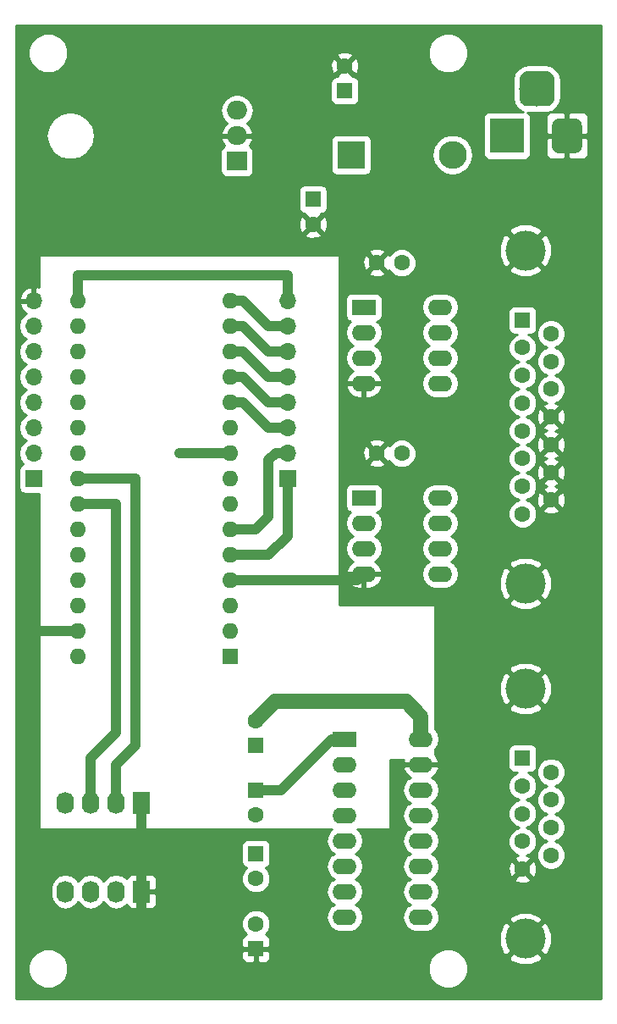
<source format=gbr>
G04 #@! TF.GenerationSoftware,KiCad,Pcbnew,(5.0.0)*
G04 #@! TF.CreationDate,2018-10-30T20:30:18+00:00*
G04 #@! TF.ProjectId,Nano SSI interface,4E616E6F2053534920696E7465726661,rev?*
G04 #@! TF.SameCoordinates,Original*
G04 #@! TF.FileFunction,Copper,L2,Bot,Signal*
G04 #@! TF.FilePolarity,Positive*
%FSLAX46Y46*%
G04 Gerber Fmt 4.6, Leading zero omitted, Abs format (unit mm)*
G04 Created by KiCad (PCBNEW (5.0.0)) date 10/30/18 20:30:18*
%MOMM*%
%LPD*%
G01*
G04 APERTURE LIST*
G04 #@! TA.AperFunction,ComponentPad*
%ADD10R,2.800000X2.800000*%
G04 #@! TD*
G04 #@! TA.AperFunction,ComponentPad*
%ADD11O,2.800000X2.800000*%
G04 #@! TD*
G04 #@! TA.AperFunction,ComponentPad*
%ADD12C,1.600000*%
G04 #@! TD*
G04 #@! TA.AperFunction,ComponentPad*
%ADD13R,1.600000X1.600000*%
G04 #@! TD*
G04 #@! TA.AperFunction,ComponentPad*
%ADD14R,3.500000X3.500000*%
G04 #@! TD*
G04 #@! TA.AperFunction,Conductor*
%ADD15C,0.100000*%
G04 #@! TD*
G04 #@! TA.AperFunction,ComponentPad*
%ADD16C,3.000000*%
G04 #@! TD*
G04 #@! TA.AperFunction,ComponentPad*
%ADD17C,3.500000*%
G04 #@! TD*
G04 #@! TA.AperFunction,ComponentPad*
%ADD18C,4.000000*%
G04 #@! TD*
G04 #@! TA.AperFunction,ComponentPad*
%ADD19R,1.740000X2.200000*%
G04 #@! TD*
G04 #@! TA.AperFunction,ComponentPad*
%ADD20O,1.740000X2.200000*%
G04 #@! TD*
G04 #@! TA.AperFunction,ComponentPad*
%ADD21O,1.600000X1.600000*%
G04 #@! TD*
G04 #@! TA.AperFunction,ComponentPad*
%ADD22O,2.400000X1.600000*%
G04 #@! TD*
G04 #@! TA.AperFunction,ComponentPad*
%ADD23R,2.400000X1.600000*%
G04 #@! TD*
G04 #@! TA.AperFunction,ComponentPad*
%ADD24R,2.000000X1.905000*%
G04 #@! TD*
G04 #@! TA.AperFunction,ComponentPad*
%ADD25O,2.000000X1.905000*%
G04 #@! TD*
G04 #@! TA.AperFunction,ComponentPad*
%ADD26O,1.700000X1.700000*%
G04 #@! TD*
G04 #@! TA.AperFunction,ComponentPad*
%ADD27R,1.700000X1.700000*%
G04 #@! TD*
G04 #@! TA.AperFunction,ViaPad*
%ADD28C,0.800000*%
G04 #@! TD*
G04 #@! TA.AperFunction,Conductor*
%ADD29C,1.000000*%
G04 #@! TD*
G04 #@! TA.AperFunction,Conductor*
%ADD30C,1.500000*%
G04 #@! TD*
G04 #@! TA.AperFunction,Conductor*
%ADD31C,0.254000*%
G04 #@! TD*
G04 APERTURE END LIST*
D10*
G04 #@! TO.P,D1,1*
G04 #@! TO.N,Net-(C1-Pad1)*
X194310000Y-33655000D03*
D11*
G04 #@! TO.P,D1,2*
G04 #@! TO.N,Net-(D1-Pad2)*
X204470000Y-33655000D03*
G04 #@! TD*
D12*
G04 #@! TO.P,C1,2*
G04 #@! TO.N,GND*
X190500000Y-40600000D03*
D13*
G04 #@! TO.P,C1,1*
G04 #@! TO.N,Net-(C1-Pad1)*
X190500000Y-38100000D03*
G04 #@! TD*
G04 #@! TO.P,C2,1*
G04 #@! TO.N,+5V*
X193675000Y-27265000D03*
D12*
G04 #@! TO.P,C2,2*
G04 #@! TO.N,GND*
X193675000Y-24765000D03*
G04 #@! TD*
D13*
G04 #@! TO.P,C3,1*
G04 #@! TO.N,Net-(C3-Pad1)*
X184785000Y-97155000D03*
D12*
G04 #@! TO.P,C3,2*
G04 #@! TO.N,Net-(C3-Pad2)*
X184785000Y-99655000D03*
G04 #@! TD*
G04 #@! TO.P,C4,2*
G04 #@! TO.N,Net-(C4-Pad2)*
X184785000Y-106005000D03*
D13*
G04 #@! TO.P,C4,1*
G04 #@! TO.N,Net-(C4-Pad1)*
X184785000Y-103505000D03*
G04 #@! TD*
D12*
G04 #@! TO.P,C5,2*
G04 #@! TO.N,+5V*
X184785000Y-90210000D03*
D13*
G04 #@! TO.P,C5,1*
G04 #@! TO.N,Net-(C5-Pad1)*
X184785000Y-92710000D03*
G04 #@! TD*
G04 #@! TO.P,C6,1*
G04 #@! TO.N,GND*
X184785000Y-113030000D03*
D12*
G04 #@! TO.P,C6,2*
G04 #@! TO.N,Net-(C6-Pad2)*
X184785000Y-110530000D03*
G04 #@! TD*
G04 #@! TO.P,C7,1*
G04 #@! TO.N,+5V*
X199390000Y-44450000D03*
G04 #@! TO.P,C7,2*
G04 #@! TO.N,GND*
X196890000Y-44450000D03*
G04 #@! TD*
G04 #@! TO.P,C8,2*
G04 #@! TO.N,GND*
X196890000Y-63500000D03*
G04 #@! TO.P,C8,1*
G04 #@! TO.N,+5V*
X199390000Y-63500000D03*
G04 #@! TD*
D14*
G04 #@! TO.P,J1,1*
G04 #@! TO.N,Net-(D1-Pad2)*
X209900000Y-31750000D03*
D15*
G04 #@! TD*
G04 #@! TO.N,GND*
G04 #@! TO.C,J1*
G36*
X216723513Y-30003611D02*
X216796318Y-30014411D01*
X216867714Y-30032295D01*
X216937013Y-30057090D01*
X217003548Y-30088559D01*
X217066678Y-30126398D01*
X217125795Y-30170242D01*
X217180330Y-30219670D01*
X217229758Y-30274205D01*
X217273602Y-30333322D01*
X217311441Y-30396452D01*
X217342910Y-30462987D01*
X217367705Y-30532286D01*
X217385589Y-30603682D01*
X217396389Y-30676487D01*
X217400000Y-30750000D01*
X217400000Y-32750000D01*
X217396389Y-32823513D01*
X217385589Y-32896318D01*
X217367705Y-32967714D01*
X217342910Y-33037013D01*
X217311441Y-33103548D01*
X217273602Y-33166678D01*
X217229758Y-33225795D01*
X217180330Y-33280330D01*
X217125795Y-33329758D01*
X217066678Y-33373602D01*
X217003548Y-33411441D01*
X216937013Y-33442910D01*
X216867714Y-33467705D01*
X216796318Y-33485589D01*
X216723513Y-33496389D01*
X216650000Y-33500000D01*
X215150000Y-33500000D01*
X215076487Y-33496389D01*
X215003682Y-33485589D01*
X214932286Y-33467705D01*
X214862987Y-33442910D01*
X214796452Y-33411441D01*
X214733322Y-33373602D01*
X214674205Y-33329758D01*
X214619670Y-33280330D01*
X214570242Y-33225795D01*
X214526398Y-33166678D01*
X214488559Y-33103548D01*
X214457090Y-33037013D01*
X214432295Y-32967714D01*
X214414411Y-32896318D01*
X214403611Y-32823513D01*
X214400000Y-32750000D01*
X214400000Y-30750000D01*
X214403611Y-30676487D01*
X214414411Y-30603682D01*
X214432295Y-30532286D01*
X214457090Y-30462987D01*
X214488559Y-30396452D01*
X214526398Y-30333322D01*
X214570242Y-30274205D01*
X214619670Y-30219670D01*
X214674205Y-30170242D01*
X214733322Y-30126398D01*
X214796452Y-30088559D01*
X214862987Y-30057090D01*
X214932286Y-30032295D01*
X215003682Y-30014411D01*
X215076487Y-30003611D01*
X215150000Y-30000000D01*
X216650000Y-30000000D01*
X216723513Y-30003611D01*
X216723513Y-30003611D01*
G37*
D16*
G04 #@! TO.P,J1,2*
G04 #@! TO.N,GND*
X215900000Y-31750000D03*
D15*
G04 #@! TD*
G04 #@! TO.N,N/C*
G04 #@! TO.C,J1*
G36*
X213860765Y-25304213D02*
X213945704Y-25316813D01*
X214028999Y-25337677D01*
X214109848Y-25366605D01*
X214187472Y-25403319D01*
X214261124Y-25447464D01*
X214330094Y-25498616D01*
X214393718Y-25556282D01*
X214451384Y-25619906D01*
X214502536Y-25688876D01*
X214546681Y-25762528D01*
X214583395Y-25840152D01*
X214612323Y-25921001D01*
X214633187Y-26004296D01*
X214645787Y-26089235D01*
X214650000Y-26175000D01*
X214650000Y-27925000D01*
X214645787Y-28010765D01*
X214633187Y-28095704D01*
X214612323Y-28178999D01*
X214583395Y-28259848D01*
X214546681Y-28337472D01*
X214502536Y-28411124D01*
X214451384Y-28480094D01*
X214393718Y-28543718D01*
X214330094Y-28601384D01*
X214261124Y-28652536D01*
X214187472Y-28696681D01*
X214109848Y-28733395D01*
X214028999Y-28762323D01*
X213945704Y-28783187D01*
X213860765Y-28795787D01*
X213775000Y-28800000D01*
X212025000Y-28800000D01*
X211939235Y-28795787D01*
X211854296Y-28783187D01*
X211771001Y-28762323D01*
X211690152Y-28733395D01*
X211612528Y-28696681D01*
X211538876Y-28652536D01*
X211469906Y-28601384D01*
X211406282Y-28543718D01*
X211348616Y-28480094D01*
X211297464Y-28411124D01*
X211253319Y-28337472D01*
X211216605Y-28259848D01*
X211187677Y-28178999D01*
X211166813Y-28095704D01*
X211154213Y-28010765D01*
X211150000Y-27925000D01*
X211150000Y-26175000D01*
X211154213Y-26089235D01*
X211166813Y-26004296D01*
X211187677Y-25921001D01*
X211216605Y-25840152D01*
X211253319Y-25762528D01*
X211297464Y-25688876D01*
X211348616Y-25619906D01*
X211406282Y-25556282D01*
X211469906Y-25498616D01*
X211538876Y-25447464D01*
X211612528Y-25403319D01*
X211690152Y-25366605D01*
X211771001Y-25337677D01*
X211854296Y-25316813D01*
X211939235Y-25304213D01*
X212025000Y-25300000D01*
X213775000Y-25300000D01*
X213860765Y-25304213D01*
X213860765Y-25304213D01*
G37*
D17*
G04 #@! TO.P,J1,3*
G04 #@! TO.N,N/C*
X212900000Y-27050000D03*
G04 #@! TD*
D13*
G04 #@! TO.P,J2,1*
G04 #@! TO.N,Net-(J2-Pad1)*
X211455000Y-93980000D03*
D12*
G04 #@! TO.P,J2,2*
G04 #@! TO.N,Net-(J2-Pad2)*
X211455000Y-96750000D03*
G04 #@! TO.P,J2,3*
G04 #@! TO.N,Net-(J2-Pad3)*
X211455000Y-99520000D03*
G04 #@! TO.P,J2,4*
G04 #@! TO.N,Net-(J2-Pad4)*
X211455000Y-102290000D03*
G04 #@! TO.P,J2,5*
G04 #@! TO.N,GND*
X211455000Y-105060000D03*
G04 #@! TO.P,J2,6*
G04 #@! TO.N,Net-(J2-Pad6)*
X214295000Y-95365000D03*
G04 #@! TO.P,J2,7*
G04 #@! TO.N,Net-(J2-Pad7)*
X214295000Y-98135000D03*
G04 #@! TO.P,J2,8*
G04 #@! TO.N,Net-(J2-Pad8)*
X214295000Y-100905000D03*
G04 #@! TO.P,J2,9*
G04 #@! TO.N,Net-(J2-Pad9)*
X214295000Y-103675000D03*
D18*
G04 #@! TO.P,J2,0*
G04 #@! TO.N,GND*
X211755000Y-112020000D03*
X211755000Y-87020000D03*
G04 #@! TD*
D19*
G04 #@! TO.P,J5,1*
G04 #@! TO.N,GND*
X173355000Y-98425000D03*
D20*
G04 #@! TO.P,J5,2*
G04 #@! TO.N,Net-(J4-Pad2)*
X170815000Y-98425000D03*
G04 #@! TO.P,J5,3*
G04 #@! TO.N,Net-(J4-Pad3)*
X168275000Y-98425000D03*
G04 #@! TO.P,J5,4*
G04 #@! TO.N,+5V*
X165735000Y-98425000D03*
G04 #@! TD*
D13*
G04 #@! TO.P,U1,1*
G04 #@! TO.N,Net-(U1-Pad1)*
X182245000Y-83820000D03*
D21*
G04 #@! TO.P,U1,17*
G04 #@! TO.N,Net-(J7-Pad7)*
X167005000Y-50800000D03*
G04 #@! TO.P,U1,2*
G04 #@! TO.N,Net-(U1-Pad2)*
X182245000Y-81280000D03*
G04 #@! TO.P,U1,18*
G04 #@! TO.N,Net-(U1-Pad18)*
X167005000Y-53340000D03*
G04 #@! TO.P,U1,3*
G04 #@! TO.N,Net-(U1-Pad3)*
X182245000Y-78740000D03*
G04 #@! TO.P,U1,19*
G04 #@! TO.N,Net-(J7-Pad6)*
X167005000Y-55880000D03*
G04 #@! TO.P,U1,4*
G04 #@! TO.N,GND*
X182245000Y-76200000D03*
G04 #@! TO.P,U1,20*
G04 #@! TO.N,Net-(J7-Pad5)*
X167005000Y-58420000D03*
G04 #@! TO.P,U1,5*
G04 #@! TO.N,Net-(J6-Pad1)*
X182245000Y-73660000D03*
G04 #@! TO.P,U1,21*
G04 #@! TO.N,Net-(J7-Pad4)*
X167005000Y-60960000D03*
G04 #@! TO.P,U1,6*
G04 #@! TO.N,Net-(J6-Pad2)*
X182245000Y-71120000D03*
G04 #@! TO.P,U1,22*
G04 #@! TO.N,Net-(J7-Pad3)*
X167005000Y-63500000D03*
G04 #@! TO.P,U1,7*
G04 #@! TO.N,Net-(U1-Pad7)*
X182245000Y-68580000D03*
G04 #@! TO.P,U1,23*
G04 #@! TO.N,Net-(J4-Pad2)*
X167005000Y-66040000D03*
G04 #@! TO.P,U1,8*
G04 #@! TO.N,Net-(U1-Pad8)*
X182245000Y-66040000D03*
G04 #@! TO.P,U1,24*
G04 #@! TO.N,Net-(J4-Pad3)*
X167005000Y-68580000D03*
G04 #@! TO.P,U1,9*
G04 #@! TO.N,Net-(U1-Pad9)*
X182245000Y-63500000D03*
G04 #@! TO.P,U1,25*
G04 #@! TO.N,Net-(J7-Pad2)*
X167005000Y-71120000D03*
G04 #@! TO.P,U1,10*
G04 #@! TO.N,Net-(U1-Pad10)*
X182245000Y-60960000D03*
G04 #@! TO.P,U1,26*
G04 #@! TO.N,Net-(J7-Pad1)*
X167005000Y-73660000D03*
G04 #@! TO.P,U1,11*
G04 #@! TO.N,Net-(J6-Pad3)*
X182245000Y-58420000D03*
G04 #@! TO.P,U1,27*
G04 #@! TO.N,Net-(U1-Pad27)*
X167005000Y-76200000D03*
G04 #@! TO.P,U1,12*
G04 #@! TO.N,Net-(J6-Pad4)*
X182245000Y-55880000D03*
G04 #@! TO.P,U1,28*
G04 #@! TO.N,Net-(U1-Pad28)*
X167005000Y-78740000D03*
G04 #@! TO.P,U1,13*
G04 #@! TO.N,Net-(J6-Pad5)*
X182245000Y-53340000D03*
G04 #@! TO.P,U1,29*
G04 #@! TO.N,GND*
X167005000Y-81280000D03*
G04 #@! TO.P,U1,14*
G04 #@! TO.N,Net-(J6-Pad6)*
X182245000Y-50800000D03*
G04 #@! TO.P,U1,30*
G04 #@! TO.N,Net-(C1-Pad1)*
X167005000Y-83820000D03*
G04 #@! TO.P,U1,15*
G04 #@! TO.N,Net-(J6-Pad7)*
X182245000Y-48260000D03*
G04 #@! TO.P,U1,16*
G04 #@! TO.N,Net-(J6-Pad8)*
X167005000Y-48260000D03*
G04 #@! TD*
D22*
G04 #@! TO.P,U3,8*
G04 #@! TO.N,Net-(J3-Pad1)*
X203200000Y-48895000D03*
G04 #@! TO.P,U3,4*
G04 #@! TO.N,GND*
X195580000Y-56515000D03*
G04 #@! TO.P,U3,7*
G04 #@! TO.N,Net-(J3-Pad2)*
X203200000Y-51435000D03*
G04 #@! TO.P,U3,3*
G04 #@! TO.N,Net-(U1-Pad8)*
X195580000Y-53975000D03*
G04 #@! TO.P,U3,6*
G04 #@! TO.N,Net-(J3-Pad3)*
X203200000Y-53975000D03*
G04 #@! TO.P,U3,2*
G04 #@! TO.N,Net-(U1-Pad9)*
X195580000Y-51435000D03*
G04 #@! TO.P,U3,5*
G04 #@! TO.N,Net-(J3-Pad4)*
X203200000Y-56515000D03*
D23*
G04 #@! TO.P,U3,1*
G04 #@! TO.N,+5V*
X195580000Y-48895000D03*
G04 #@! TD*
G04 #@! TO.P,U4,1*
G04 #@! TO.N,+5V*
X195580000Y-67945000D03*
D22*
G04 #@! TO.P,U4,5*
G04 #@! TO.N,Net-(J3-Pad8)*
X203200000Y-75565000D03*
G04 #@! TO.P,U4,2*
G04 #@! TO.N,Net-(U1-Pad10)*
X195580000Y-70485000D03*
G04 #@! TO.P,U4,6*
G04 #@! TO.N,Net-(J3-Pad7)*
X203200000Y-73025000D03*
G04 #@! TO.P,U4,3*
G04 #@! TO.N,Net-(U1-Pad7)*
X195580000Y-73025000D03*
G04 #@! TO.P,U4,7*
G04 #@! TO.N,Net-(J3-Pad6)*
X203200000Y-70485000D03*
G04 #@! TO.P,U4,4*
G04 #@! TO.N,GND*
X195580000Y-75565000D03*
G04 #@! TO.P,U4,8*
G04 #@! TO.N,Net-(J3-Pad5)*
X203200000Y-67945000D03*
G04 #@! TD*
D23*
G04 #@! TO.P,U5,1*
G04 #@! TO.N,Net-(C3-Pad1)*
X193675000Y-92075000D03*
D22*
G04 #@! TO.P,U5,9*
G04 #@! TO.N,Net-(U5-Pad9)*
X201295000Y-109855000D03*
G04 #@! TO.P,U5,2*
G04 #@! TO.N,Net-(C5-Pad1)*
X193675000Y-94615000D03*
G04 #@! TO.P,U5,10*
G04 #@! TO.N,Net-(U5-Pad10)*
X201295000Y-107315000D03*
G04 #@! TO.P,U5,3*
G04 #@! TO.N,Net-(C3-Pad2)*
X193675000Y-97155000D03*
G04 #@! TO.P,U5,11*
G04 #@! TO.N,Net-(U1-Pad1)*
X201295000Y-104775000D03*
G04 #@! TO.P,U5,4*
G04 #@! TO.N,Net-(C4-Pad1)*
X193675000Y-99695000D03*
G04 #@! TO.P,U5,12*
G04 #@! TO.N,Net-(U1-Pad2)*
X201295000Y-102235000D03*
G04 #@! TO.P,U5,5*
G04 #@! TO.N,Net-(C4-Pad2)*
X193675000Y-102235000D03*
G04 #@! TO.P,U5,13*
G04 #@! TO.N,Net-(J2-Pad3)*
X201295000Y-99695000D03*
G04 #@! TO.P,U5,6*
G04 #@! TO.N,Net-(C6-Pad2)*
X193675000Y-104775000D03*
G04 #@! TO.P,U5,14*
G04 #@! TO.N,Net-(J2-Pad2)*
X201295000Y-97155000D03*
G04 #@! TO.P,U5,7*
G04 #@! TO.N,Net-(U5-Pad7)*
X193675000Y-107315000D03*
G04 #@! TO.P,U5,15*
G04 #@! TO.N,GND*
X201295000Y-94615000D03*
G04 #@! TO.P,U5,8*
G04 #@! TO.N,Net-(U5-Pad8)*
X193675000Y-109855000D03*
G04 #@! TO.P,U5,16*
G04 #@! TO.N,+5V*
X201295000Y-92075000D03*
G04 #@! TD*
D13*
G04 #@! TO.P,J3,1*
G04 #@! TO.N,Net-(J3-Pad1)*
X211455000Y-50165000D03*
D12*
G04 #@! TO.P,J3,2*
G04 #@! TO.N,Net-(J3-Pad2)*
X211455000Y-52935000D03*
G04 #@! TO.P,J3,3*
G04 #@! TO.N,Net-(J3-Pad3)*
X211455000Y-55705000D03*
G04 #@! TO.P,J3,4*
G04 #@! TO.N,Net-(J3-Pad4)*
X211455000Y-58475000D03*
G04 #@! TO.P,J3,5*
G04 #@! TO.N,Net-(J3-Pad5)*
X211455000Y-61245000D03*
G04 #@! TO.P,J3,6*
G04 #@! TO.N,Net-(J3-Pad6)*
X211455000Y-64015000D03*
G04 #@! TO.P,J3,7*
G04 #@! TO.N,Net-(J3-Pad7)*
X211455000Y-66785000D03*
G04 #@! TO.P,J3,8*
G04 #@! TO.N,Net-(J3-Pad8)*
X211455000Y-69555000D03*
G04 #@! TO.P,J3,9*
G04 #@! TO.N,+5V*
X214295000Y-51550000D03*
G04 #@! TO.P,J3,10*
X214295000Y-54320000D03*
G04 #@! TO.P,J3,11*
X214295000Y-57090000D03*
G04 #@! TO.P,J3,12*
G04 #@! TO.N,GND*
X214295000Y-59860000D03*
G04 #@! TO.P,J3,13*
X214295000Y-62630000D03*
G04 #@! TO.P,J3,14*
X214295000Y-65400000D03*
G04 #@! TO.P,J3,15*
X214295000Y-68170000D03*
D18*
G04 #@! TO.P,J3,0*
X211755000Y-76510000D03*
X211755000Y-43210000D03*
G04 #@! TD*
D19*
G04 #@! TO.P,J4,1*
G04 #@! TO.N,GND*
X173355000Y-107315000D03*
D20*
G04 #@! TO.P,J4,2*
G04 #@! TO.N,Net-(J4-Pad2)*
X170815000Y-107315000D03*
G04 #@! TO.P,J4,3*
G04 #@! TO.N,Net-(J4-Pad3)*
X168275000Y-107315000D03*
G04 #@! TO.P,J4,4*
G04 #@! TO.N,+5V*
X165735000Y-107315000D03*
G04 #@! TD*
D24*
G04 #@! TO.P,U2,1*
G04 #@! TO.N,Net-(C1-Pad1)*
X182880000Y-34290000D03*
D25*
G04 #@! TO.P,U2,2*
G04 #@! TO.N,GND*
X182880000Y-31750000D03*
G04 #@! TO.P,U2,3*
G04 #@! TO.N,+5V*
X182880000Y-29210000D03*
G04 #@! TD*
D26*
G04 #@! TO.P,J6,8*
G04 #@! TO.N,Net-(J6-Pad8)*
X187960000Y-48260000D03*
G04 #@! TO.P,J6,7*
G04 #@! TO.N,Net-(J6-Pad7)*
X187960000Y-50800000D03*
G04 #@! TO.P,J6,6*
G04 #@! TO.N,Net-(J6-Pad6)*
X187960000Y-53340000D03*
G04 #@! TO.P,J6,5*
G04 #@! TO.N,Net-(J6-Pad5)*
X187960000Y-55880000D03*
G04 #@! TO.P,J6,4*
G04 #@! TO.N,Net-(J6-Pad4)*
X187960000Y-58420000D03*
G04 #@! TO.P,J6,3*
G04 #@! TO.N,Net-(J6-Pad3)*
X187960000Y-60960000D03*
G04 #@! TO.P,J6,2*
G04 #@! TO.N,Net-(J6-Pad2)*
X187960000Y-63500000D03*
D27*
G04 #@! TO.P,J6,1*
G04 #@! TO.N,Net-(J6-Pad1)*
X187960000Y-66040000D03*
G04 #@! TD*
G04 #@! TO.P,J7,1*
G04 #@! TO.N,Net-(J7-Pad1)*
X162560000Y-66040000D03*
D26*
G04 #@! TO.P,J7,2*
G04 #@! TO.N,Net-(J7-Pad2)*
X162560000Y-63500000D03*
G04 #@! TO.P,J7,3*
G04 #@! TO.N,Net-(J7-Pad3)*
X162560000Y-60960000D03*
G04 #@! TO.P,J7,4*
G04 #@! TO.N,Net-(J7-Pad4)*
X162560000Y-58420000D03*
G04 #@! TO.P,J7,5*
G04 #@! TO.N,Net-(J7-Pad5)*
X162560000Y-55880000D03*
G04 #@! TO.P,J7,6*
G04 #@! TO.N,Net-(J7-Pad6)*
X162560000Y-53340000D03*
G04 #@! TO.P,J7,7*
G04 #@! TO.N,Net-(J7-Pad7)*
X162560000Y-50800000D03*
G04 #@! TO.P,J7,8*
G04 #@! TO.N,GND*
X162560000Y-48260000D03*
G04 #@! TD*
D28*
G04 #@! TO.N,GND*
X164465000Y-27940000D03*
X166370000Y-27940000D03*
X168275000Y-27940000D03*
X170180000Y-27940000D03*
X172085000Y-27940000D03*
X173990000Y-27940000D03*
X164465000Y-35560000D03*
X166370000Y-35560000D03*
X168275000Y-35560000D03*
X170180000Y-35560000D03*
X172085000Y-35560000D03*
X173990000Y-35560000D03*
X173990000Y-33020000D03*
X173990000Y-30480000D03*
X172085000Y-30480000D03*
X172085000Y-33020000D03*
X170180000Y-33020000D03*
X170180000Y-30480000D03*
G04 #@! TO.N,Net-(U1-Pad9)*
X177165000Y-63500000D03*
G04 #@! TD*
D29*
G04 #@! TO.N,GND*
X161925000Y-103505000D02*
X173355000Y-103505000D01*
X161925000Y-81280000D02*
X161925000Y-103505000D01*
X167005000Y-81280000D02*
X161925000Y-81280000D01*
X173355000Y-109855000D02*
X173355000Y-103505000D01*
X173355000Y-103505000D02*
X173355000Y-98425000D01*
X194945000Y-76200000D02*
X195580000Y-75565000D01*
X182245000Y-76200000D02*
X194945000Y-76200000D01*
D30*
G04 #@! TO.N,+5V*
X201295000Y-89775000D02*
X199785000Y-88265000D01*
X201295000Y-92075000D02*
X201295000Y-89775000D01*
X186730000Y-88265000D02*
X184785000Y-90210000D01*
X199785000Y-88265000D02*
X186730000Y-88265000D01*
D29*
G04 #@! TO.N,Net-(C3-Pad1)*
X187325000Y-97155000D02*
X184785000Y-97155000D01*
X193675000Y-92075000D02*
X192405000Y-92075000D01*
X192405000Y-92075000D02*
X187325000Y-97155000D01*
G04 #@! TO.N,Net-(J4-Pad3)*
X168275000Y-93980000D02*
X168275000Y-98425000D01*
X170815000Y-91440000D02*
X168275000Y-93980000D01*
X167005000Y-68580000D02*
X170815000Y-68580000D01*
X170815000Y-68580000D02*
X170815000Y-91440000D01*
G04 #@! TO.N,Net-(U1-Pad9)*
X182245000Y-63500000D02*
X177165000Y-63500000D01*
G04 #@! TO.N,Net-(J4-Pad2)*
X167005000Y-66040000D02*
X172720000Y-66040000D01*
X170815000Y-98425000D02*
X170815000Y-94615000D01*
X172720000Y-92710000D02*
X172720000Y-66040000D01*
X170815000Y-94615000D02*
X172720000Y-92710000D01*
G04 #@! TO.N,Net-(J6-Pad8)*
X187960000Y-48260000D02*
X187960000Y-45720000D01*
X187960000Y-45720000D02*
X167005000Y-45720000D01*
X167005000Y-45720000D02*
X167005000Y-48260000D01*
G04 #@! TO.N,Net-(J6-Pad7)*
X182245000Y-48260000D02*
X183515000Y-48260000D01*
X186055000Y-50800000D02*
X187960000Y-50800000D01*
X183515000Y-48260000D02*
X186055000Y-50800000D01*
G04 #@! TO.N,Net-(J6-Pad6)*
X182245000Y-50800000D02*
X183515000Y-50800000D01*
X183515000Y-50800000D02*
X186055000Y-53340000D01*
X186055000Y-53340000D02*
X187960000Y-53340000D01*
G04 #@! TO.N,Net-(J6-Pad5)*
X182245000Y-53340000D02*
X183515000Y-53340000D01*
X183515000Y-53340000D02*
X186055000Y-55880000D01*
X186055000Y-55880000D02*
X187960000Y-55880000D01*
G04 #@! TO.N,Net-(J6-Pad4)*
X182245000Y-55880000D02*
X183515000Y-55880000D01*
X186055000Y-58420000D02*
X187960000Y-58420000D01*
X183515000Y-55880000D02*
X186055000Y-58420000D01*
G04 #@! TO.N,Net-(J6-Pad3)*
X186055000Y-60960000D02*
X187960000Y-60960000D01*
X182245000Y-58420000D02*
X183515000Y-58420000D01*
X183515000Y-58420000D02*
X186055000Y-60960000D01*
G04 #@! TO.N,Net-(J6-Pad2)*
X186757919Y-63500000D02*
X187960000Y-63500000D01*
X186055000Y-64202919D02*
X186757919Y-63500000D01*
X186055000Y-69850000D02*
X186055000Y-64202919D01*
X184785000Y-71120000D02*
X186055000Y-69850000D01*
X182245000Y-71120000D02*
X184785000Y-71120000D01*
G04 #@! TO.N,Net-(J6-Pad1)*
X182245000Y-73660000D02*
X186055000Y-73660000D01*
X187960000Y-71755000D02*
X187960000Y-66040000D01*
X186055000Y-73660000D02*
X187960000Y-71755000D01*
G04 #@! TD*
D31*
G04 #@! TO.N,GND*
G36*
X219290001Y-117983000D02*
X160782000Y-117983000D01*
X160782000Y-114605159D01*
X162015000Y-114605159D01*
X162015000Y-115394841D01*
X162317199Y-116124412D01*
X162875588Y-116682801D01*
X163605159Y-116985000D01*
X164394841Y-116985000D01*
X165124412Y-116682801D01*
X165682801Y-116124412D01*
X165985000Y-115394841D01*
X165985000Y-114605159D01*
X202015000Y-114605159D01*
X202015000Y-115394841D01*
X202317199Y-116124412D01*
X202875588Y-116682801D01*
X203605159Y-116985000D01*
X204394841Y-116985000D01*
X205124412Y-116682801D01*
X205682801Y-116124412D01*
X205985000Y-115394841D01*
X205985000Y-114605159D01*
X205690851Y-113895022D01*
X210059584Y-113895022D01*
X210280353Y-114265743D01*
X211252012Y-114659119D01*
X212300247Y-114650713D01*
X213229647Y-114265743D01*
X213450416Y-113895022D01*
X211755000Y-112199605D01*
X210059584Y-113895022D01*
X205690851Y-113895022D01*
X205682801Y-113875588D01*
X205124412Y-113317199D01*
X204394841Y-113015000D01*
X203605159Y-113015000D01*
X202875588Y-113317199D01*
X202317199Y-113875588D01*
X202015000Y-114605159D01*
X165985000Y-114605159D01*
X165682801Y-113875588D01*
X165124412Y-113317199D01*
X165120914Y-113315750D01*
X183350000Y-113315750D01*
X183350000Y-113956309D01*
X183446673Y-114189698D01*
X183625301Y-114368327D01*
X183858690Y-114465000D01*
X184499250Y-114465000D01*
X184658000Y-114306250D01*
X184658000Y-113157000D01*
X184912000Y-113157000D01*
X184912000Y-114306250D01*
X185070750Y-114465000D01*
X185711310Y-114465000D01*
X185944699Y-114368327D01*
X186123327Y-114189698D01*
X186220000Y-113956309D01*
X186220000Y-113315750D01*
X186061250Y-113157000D01*
X184912000Y-113157000D01*
X184658000Y-113157000D01*
X183508750Y-113157000D01*
X183350000Y-113315750D01*
X165120914Y-113315750D01*
X164394841Y-113015000D01*
X163605159Y-113015000D01*
X162875588Y-113317199D01*
X162317199Y-113875588D01*
X162015000Y-114605159D01*
X160782000Y-114605159D01*
X160782000Y-110244561D01*
X183350000Y-110244561D01*
X183350000Y-110815439D01*
X183568466Y-111342862D01*
X183831759Y-111606155D01*
X183625301Y-111691673D01*
X183446673Y-111870302D01*
X183350000Y-112103691D01*
X183350000Y-112744250D01*
X183508750Y-112903000D01*
X184658000Y-112903000D01*
X184658000Y-112883000D01*
X184912000Y-112883000D01*
X184912000Y-112903000D01*
X186061250Y-112903000D01*
X186220000Y-112744250D01*
X186220000Y-112103691D01*
X186123327Y-111870302D01*
X185944699Y-111691673D01*
X185738241Y-111606155D01*
X185827384Y-111517012D01*
X209115881Y-111517012D01*
X209124287Y-112565247D01*
X209509257Y-113494647D01*
X209879978Y-113715416D01*
X211575395Y-112020000D01*
X211934605Y-112020000D01*
X213630022Y-113715416D01*
X214000743Y-113494647D01*
X214394119Y-112522988D01*
X214385713Y-111474753D01*
X214000743Y-110545353D01*
X213630022Y-110324584D01*
X211934605Y-112020000D01*
X211575395Y-112020000D01*
X209879978Y-110324584D01*
X209509257Y-110545353D01*
X209115881Y-111517012D01*
X185827384Y-111517012D01*
X186001534Y-111342862D01*
X186220000Y-110815439D01*
X186220000Y-110244561D01*
X186001534Y-109717138D01*
X185597862Y-109313466D01*
X185070439Y-109095000D01*
X184499561Y-109095000D01*
X183972138Y-109313466D01*
X183568466Y-109717138D01*
X183350000Y-110244561D01*
X160782000Y-110244561D01*
X160782000Y-106936774D01*
X164230000Y-106936774D01*
X164230000Y-107693225D01*
X164317322Y-108132221D01*
X164649956Y-108630044D01*
X165147778Y-108962678D01*
X165735000Y-109079484D01*
X166322221Y-108962678D01*
X166820044Y-108630044D01*
X167005000Y-108353237D01*
X167189956Y-108630044D01*
X167687778Y-108962678D01*
X168275000Y-109079484D01*
X168862221Y-108962678D01*
X169360044Y-108630044D01*
X169545000Y-108353237D01*
X169729956Y-108630044D01*
X170227778Y-108962678D01*
X170815000Y-109079484D01*
X171402221Y-108962678D01*
X171889636Y-108636999D01*
X171946673Y-108774699D01*
X172125302Y-108953327D01*
X172358691Y-109050000D01*
X173069250Y-109050000D01*
X173228000Y-108891250D01*
X173228000Y-107442000D01*
X173482000Y-107442000D01*
X173482000Y-108891250D01*
X173640750Y-109050000D01*
X174351309Y-109050000D01*
X174584698Y-108953327D01*
X174763327Y-108774699D01*
X174860000Y-108541310D01*
X174860000Y-107600750D01*
X174701250Y-107442000D01*
X173482000Y-107442000D01*
X173228000Y-107442000D01*
X173208000Y-107442000D01*
X173208000Y-107188000D01*
X173228000Y-107188000D01*
X173228000Y-105738750D01*
X173482000Y-105738750D01*
X173482000Y-107188000D01*
X174701250Y-107188000D01*
X174860000Y-107029250D01*
X174860000Y-106088690D01*
X174763327Y-105855301D01*
X174584698Y-105676673D01*
X174351309Y-105580000D01*
X173640750Y-105580000D01*
X173482000Y-105738750D01*
X173228000Y-105738750D01*
X173069250Y-105580000D01*
X172358691Y-105580000D01*
X172125302Y-105676673D01*
X171946673Y-105855301D01*
X171889636Y-105993001D01*
X171402222Y-105667322D01*
X170815000Y-105550516D01*
X170227779Y-105667322D01*
X169729956Y-105999956D01*
X169545000Y-106276763D01*
X169360044Y-105999956D01*
X168862222Y-105667322D01*
X168275000Y-105550516D01*
X167687779Y-105667322D01*
X167189956Y-105999956D01*
X167005000Y-106276763D01*
X166820044Y-105999956D01*
X166322222Y-105667322D01*
X165735000Y-105550516D01*
X165147779Y-105667322D01*
X164649956Y-105999956D01*
X164317322Y-106497778D01*
X164230000Y-106936774D01*
X160782000Y-106936774D01*
X160782000Y-102705000D01*
X183337560Y-102705000D01*
X183337560Y-104305000D01*
X183386843Y-104552765D01*
X183527191Y-104762809D01*
X183737235Y-104903157D01*
X183837503Y-104923101D01*
X183568466Y-105192138D01*
X183350000Y-105719561D01*
X183350000Y-106290439D01*
X183568466Y-106817862D01*
X183972138Y-107221534D01*
X184499561Y-107440000D01*
X185070439Y-107440000D01*
X185597862Y-107221534D01*
X186001534Y-106817862D01*
X186220000Y-106290439D01*
X186220000Y-105719561D01*
X186001534Y-105192138D01*
X185732497Y-104923101D01*
X185832765Y-104903157D01*
X186042809Y-104762809D01*
X186183157Y-104552765D01*
X186232440Y-104305000D01*
X186232440Y-102705000D01*
X186183157Y-102457235D01*
X186042809Y-102247191D01*
X185832765Y-102106843D01*
X185585000Y-102057560D01*
X183985000Y-102057560D01*
X183737235Y-102106843D01*
X183527191Y-102247191D01*
X183386843Y-102457235D01*
X183337560Y-102705000D01*
X160782000Y-102705000D01*
X160782000Y-50800000D01*
X161045908Y-50800000D01*
X161161161Y-51379418D01*
X161489375Y-51870625D01*
X161787761Y-52070000D01*
X161489375Y-52269375D01*
X161161161Y-52760582D01*
X161045908Y-53340000D01*
X161161161Y-53919418D01*
X161489375Y-54410625D01*
X161787761Y-54610000D01*
X161489375Y-54809375D01*
X161161161Y-55300582D01*
X161045908Y-55880000D01*
X161161161Y-56459418D01*
X161489375Y-56950625D01*
X161787761Y-57150000D01*
X161489375Y-57349375D01*
X161161161Y-57840582D01*
X161045908Y-58420000D01*
X161161161Y-58999418D01*
X161489375Y-59490625D01*
X161787761Y-59690000D01*
X161489375Y-59889375D01*
X161161161Y-60380582D01*
X161045908Y-60960000D01*
X161161161Y-61539418D01*
X161489375Y-62030625D01*
X161787761Y-62230000D01*
X161489375Y-62429375D01*
X161161161Y-62920582D01*
X161045908Y-63500000D01*
X161161161Y-64079418D01*
X161489375Y-64570625D01*
X161507619Y-64582816D01*
X161462235Y-64591843D01*
X161252191Y-64732191D01*
X161111843Y-64942235D01*
X161062560Y-65190000D01*
X161062560Y-66890000D01*
X161111843Y-67137765D01*
X161252191Y-67347809D01*
X161462235Y-67488157D01*
X161710000Y-67537440D01*
X163068000Y-67537440D01*
X163068000Y-100965000D01*
X163077667Y-101013601D01*
X163105197Y-101054803D01*
X163146399Y-101082333D01*
X163195000Y-101092000D01*
X192402689Y-101092000D01*
X192240423Y-101200423D01*
X191923260Y-101675091D01*
X191811887Y-102235000D01*
X191923260Y-102794909D01*
X192240423Y-103269577D01*
X192592758Y-103505000D01*
X192240423Y-103740423D01*
X191923260Y-104215091D01*
X191811887Y-104775000D01*
X191923260Y-105334909D01*
X192240423Y-105809577D01*
X192592758Y-106045000D01*
X192240423Y-106280423D01*
X191923260Y-106755091D01*
X191811887Y-107315000D01*
X191923260Y-107874909D01*
X192240423Y-108349577D01*
X192592758Y-108585000D01*
X192240423Y-108820423D01*
X191923260Y-109295091D01*
X191811887Y-109855000D01*
X191923260Y-110414909D01*
X192240423Y-110889577D01*
X192715091Y-111206740D01*
X193133667Y-111290000D01*
X194216333Y-111290000D01*
X194634909Y-111206740D01*
X195109577Y-110889577D01*
X195426740Y-110414909D01*
X195538113Y-109855000D01*
X195426740Y-109295091D01*
X195109577Y-108820423D01*
X194757242Y-108585000D01*
X195109577Y-108349577D01*
X195426740Y-107874909D01*
X195538113Y-107315000D01*
X195426740Y-106755091D01*
X195109577Y-106280423D01*
X194757242Y-106045000D01*
X195109577Y-105809577D01*
X195426740Y-105334909D01*
X195538113Y-104775000D01*
X195426740Y-104215091D01*
X195109577Y-103740423D01*
X194757242Y-103505000D01*
X195109577Y-103269577D01*
X195426740Y-102794909D01*
X195538113Y-102235000D01*
X195426740Y-101675091D01*
X195109577Y-101200423D01*
X194947311Y-101092000D01*
X198120000Y-101092000D01*
X198168601Y-101082333D01*
X198209803Y-101054803D01*
X198237333Y-101013601D01*
X198247000Y-100965000D01*
X198247000Y-97155000D01*
X199431887Y-97155000D01*
X199543260Y-97714909D01*
X199860423Y-98189577D01*
X200212758Y-98425000D01*
X199860423Y-98660423D01*
X199543260Y-99135091D01*
X199431887Y-99695000D01*
X199543260Y-100254909D01*
X199860423Y-100729577D01*
X200212758Y-100965000D01*
X199860423Y-101200423D01*
X199543260Y-101675091D01*
X199431887Y-102235000D01*
X199543260Y-102794909D01*
X199860423Y-103269577D01*
X200212758Y-103505000D01*
X199860423Y-103740423D01*
X199543260Y-104215091D01*
X199431887Y-104775000D01*
X199543260Y-105334909D01*
X199860423Y-105809577D01*
X200212758Y-106045000D01*
X199860423Y-106280423D01*
X199543260Y-106755091D01*
X199431887Y-107315000D01*
X199543260Y-107874909D01*
X199860423Y-108349577D01*
X200212758Y-108585000D01*
X199860423Y-108820423D01*
X199543260Y-109295091D01*
X199431887Y-109855000D01*
X199543260Y-110414909D01*
X199860423Y-110889577D01*
X200335091Y-111206740D01*
X200753667Y-111290000D01*
X201836333Y-111290000D01*
X202254909Y-111206740D01*
X202729577Y-110889577D01*
X203046740Y-110414909D01*
X203100432Y-110144978D01*
X210059584Y-110144978D01*
X211755000Y-111840395D01*
X213450416Y-110144978D01*
X213229647Y-109774257D01*
X212257988Y-109380881D01*
X211209753Y-109389287D01*
X210280353Y-109774257D01*
X210059584Y-110144978D01*
X203100432Y-110144978D01*
X203158113Y-109855000D01*
X203046740Y-109295091D01*
X202729577Y-108820423D01*
X202377242Y-108585000D01*
X202729577Y-108349577D01*
X203046740Y-107874909D01*
X203158113Y-107315000D01*
X203046740Y-106755091D01*
X202729577Y-106280423D01*
X202411283Y-106067745D01*
X210626861Y-106067745D01*
X210700995Y-106313864D01*
X211238223Y-106506965D01*
X211808454Y-106479778D01*
X212209005Y-106313864D01*
X212283139Y-106067745D01*
X211455000Y-105239605D01*
X210626861Y-106067745D01*
X202411283Y-106067745D01*
X202377242Y-106045000D01*
X202729577Y-105809577D01*
X203046740Y-105334909D01*
X203144542Y-104843223D01*
X210008035Y-104843223D01*
X210035222Y-105413454D01*
X210201136Y-105814005D01*
X210447255Y-105888139D01*
X211275395Y-105060000D01*
X211634605Y-105060000D01*
X212462745Y-105888139D01*
X212708864Y-105814005D01*
X212901965Y-105276777D01*
X212874778Y-104706546D01*
X212708864Y-104305995D01*
X212462745Y-104231861D01*
X211634605Y-105060000D01*
X211275395Y-105060000D01*
X210447255Y-104231861D01*
X210201136Y-104305995D01*
X210008035Y-104843223D01*
X203144542Y-104843223D01*
X203158113Y-104775000D01*
X203046740Y-104215091D01*
X202729577Y-103740423D01*
X202377242Y-103505000D01*
X202729577Y-103269577D01*
X203046740Y-102794909D01*
X203158113Y-102235000D01*
X203046740Y-101675091D01*
X202729577Y-101200423D01*
X202377242Y-100965000D01*
X202729577Y-100729577D01*
X203046740Y-100254909D01*
X203158113Y-99695000D01*
X203046740Y-99135091D01*
X202729577Y-98660423D01*
X202377242Y-98425000D01*
X202729577Y-98189577D01*
X203046740Y-97714909D01*
X203158113Y-97155000D01*
X203046740Y-96595091D01*
X202729577Y-96120423D01*
X202373501Y-95882501D01*
X202799500Y-95539896D01*
X203069367Y-95046819D01*
X203086904Y-94964039D01*
X202964915Y-94742000D01*
X201422000Y-94742000D01*
X201422000Y-94762000D01*
X201168000Y-94762000D01*
X201168000Y-94742000D01*
X199625085Y-94742000D01*
X199503096Y-94964039D01*
X199520633Y-95046819D01*
X199790500Y-95539896D01*
X200216499Y-95882501D01*
X199860423Y-96120423D01*
X199543260Y-96595091D01*
X199431887Y-97155000D01*
X198247000Y-97155000D01*
X198247000Y-94107000D01*
X199562328Y-94107000D01*
X199520633Y-94183181D01*
X199503096Y-94265961D01*
X199625085Y-94488000D01*
X201168000Y-94488000D01*
X201168000Y-94468000D01*
X201422000Y-94468000D01*
X201422000Y-94488000D01*
X202964915Y-94488000D01*
X203086904Y-94265961D01*
X203069367Y-94183181D01*
X202799500Y-93690104D01*
X202692000Y-93603648D01*
X202692000Y-93180000D01*
X210007560Y-93180000D01*
X210007560Y-94780000D01*
X210056843Y-95027765D01*
X210197191Y-95237809D01*
X210407235Y-95378157D01*
X210655000Y-95427440D01*
X210898107Y-95427440D01*
X210642138Y-95533466D01*
X210238466Y-95937138D01*
X210020000Y-96464561D01*
X210020000Y-97035439D01*
X210238466Y-97562862D01*
X210642138Y-97966534D01*
X211048850Y-98135000D01*
X210642138Y-98303466D01*
X210238466Y-98707138D01*
X210020000Y-99234561D01*
X210020000Y-99805439D01*
X210238466Y-100332862D01*
X210642138Y-100736534D01*
X211048850Y-100905000D01*
X210642138Y-101073466D01*
X210238466Y-101477138D01*
X210020000Y-102004561D01*
X210020000Y-102575439D01*
X210238466Y-103102862D01*
X210642138Y-103506534D01*
X211033218Y-103668525D01*
X210700995Y-103806136D01*
X210626861Y-104052255D01*
X211455000Y-104880395D01*
X212283139Y-104052255D01*
X212209005Y-103806136D01*
X211853261Y-103678268D01*
X212267862Y-103506534D01*
X212671534Y-103102862D01*
X212890000Y-102575439D01*
X212890000Y-102004561D01*
X212671534Y-101477138D01*
X212267862Y-101073466D01*
X211861150Y-100905000D01*
X212267862Y-100736534D01*
X212671534Y-100332862D01*
X212890000Y-99805439D01*
X212890000Y-99234561D01*
X212671534Y-98707138D01*
X212267862Y-98303466D01*
X211861150Y-98135000D01*
X212267862Y-97966534D01*
X212671534Y-97562862D01*
X212890000Y-97035439D01*
X212890000Y-96464561D01*
X212671534Y-95937138D01*
X212267862Y-95533466D01*
X212011893Y-95427440D01*
X212255000Y-95427440D01*
X212502765Y-95378157D01*
X212712809Y-95237809D01*
X212818547Y-95079561D01*
X212860000Y-95079561D01*
X212860000Y-95650439D01*
X213078466Y-96177862D01*
X213482138Y-96581534D01*
X213888850Y-96750000D01*
X213482138Y-96918466D01*
X213078466Y-97322138D01*
X212860000Y-97849561D01*
X212860000Y-98420439D01*
X213078466Y-98947862D01*
X213482138Y-99351534D01*
X213888850Y-99520000D01*
X213482138Y-99688466D01*
X213078466Y-100092138D01*
X212860000Y-100619561D01*
X212860000Y-101190439D01*
X213078466Y-101717862D01*
X213482138Y-102121534D01*
X213888850Y-102290000D01*
X213482138Y-102458466D01*
X213078466Y-102862138D01*
X212860000Y-103389561D01*
X212860000Y-103960439D01*
X213078466Y-104487862D01*
X213482138Y-104891534D01*
X214009561Y-105110000D01*
X214580439Y-105110000D01*
X215107862Y-104891534D01*
X215511534Y-104487862D01*
X215730000Y-103960439D01*
X215730000Y-103389561D01*
X215511534Y-102862138D01*
X215107862Y-102458466D01*
X214701150Y-102290000D01*
X215107862Y-102121534D01*
X215511534Y-101717862D01*
X215730000Y-101190439D01*
X215730000Y-100619561D01*
X215511534Y-100092138D01*
X215107862Y-99688466D01*
X214701150Y-99520000D01*
X215107862Y-99351534D01*
X215511534Y-98947862D01*
X215730000Y-98420439D01*
X215730000Y-97849561D01*
X215511534Y-97322138D01*
X215107862Y-96918466D01*
X214701150Y-96750000D01*
X215107862Y-96581534D01*
X215511534Y-96177862D01*
X215730000Y-95650439D01*
X215730000Y-95079561D01*
X215511534Y-94552138D01*
X215107862Y-94148466D01*
X214580439Y-93930000D01*
X214009561Y-93930000D01*
X213482138Y-94148466D01*
X213078466Y-94552138D01*
X212860000Y-95079561D01*
X212818547Y-95079561D01*
X212853157Y-95027765D01*
X212902440Y-94780000D01*
X212902440Y-93180000D01*
X212853157Y-92932235D01*
X212712809Y-92722191D01*
X212502765Y-92581843D01*
X212255000Y-92532560D01*
X210655000Y-92532560D01*
X210407235Y-92581843D01*
X210197191Y-92722191D01*
X210056843Y-92932235D01*
X210007560Y-93180000D01*
X202692000Y-93180000D01*
X202692000Y-93134685D01*
X202729577Y-93109577D01*
X203046740Y-92634909D01*
X203158113Y-92075000D01*
X203046740Y-91515091D01*
X202729577Y-91040423D01*
X202692000Y-91015315D01*
X202692000Y-89851073D01*
X202707132Y-89774999D01*
X202692000Y-89698925D01*
X202692000Y-88895022D01*
X210059584Y-88895022D01*
X210280353Y-89265743D01*
X211252012Y-89659119D01*
X212300247Y-89650713D01*
X213229647Y-89265743D01*
X213450416Y-88895022D01*
X211755000Y-87199605D01*
X210059584Y-88895022D01*
X202692000Y-88895022D01*
X202692000Y-86517012D01*
X209115881Y-86517012D01*
X209124287Y-87565247D01*
X209509257Y-88494647D01*
X209879978Y-88715416D01*
X211575395Y-87020000D01*
X211934605Y-87020000D01*
X213630022Y-88715416D01*
X214000743Y-88494647D01*
X214394119Y-87522988D01*
X214385713Y-86474753D01*
X214000743Y-85545353D01*
X213630022Y-85324584D01*
X211934605Y-87020000D01*
X211575395Y-87020000D01*
X209879978Y-85324584D01*
X209509257Y-85545353D01*
X209115881Y-86517012D01*
X202692000Y-86517012D01*
X202692000Y-85144978D01*
X210059584Y-85144978D01*
X211755000Y-86840395D01*
X213450416Y-85144978D01*
X213229647Y-84774257D01*
X212257988Y-84380881D01*
X211209753Y-84389287D01*
X210280353Y-84774257D01*
X210059584Y-85144978D01*
X202692000Y-85144978D01*
X202692000Y-78740000D01*
X202682333Y-78691399D01*
X202654803Y-78650197D01*
X202613601Y-78622667D01*
X202565000Y-78613000D01*
X193167000Y-78613000D01*
X193167000Y-78385022D01*
X210059584Y-78385022D01*
X210280353Y-78755743D01*
X211252012Y-79149119D01*
X212300247Y-79140713D01*
X213229647Y-78755743D01*
X213450416Y-78385022D01*
X211755000Y-76689605D01*
X210059584Y-78385022D01*
X193167000Y-78385022D01*
X193167000Y-75914039D01*
X193788096Y-75914039D01*
X193805633Y-75996819D01*
X194075500Y-76489896D01*
X194513517Y-76842166D01*
X195053000Y-77000000D01*
X195453000Y-77000000D01*
X195453000Y-75692000D01*
X195707000Y-75692000D01*
X195707000Y-77000000D01*
X196107000Y-77000000D01*
X196646483Y-76842166D01*
X197084500Y-76489896D01*
X197354367Y-75996819D01*
X197371904Y-75914039D01*
X197249915Y-75692000D01*
X195707000Y-75692000D01*
X195453000Y-75692000D01*
X193910085Y-75692000D01*
X193788096Y-75914039D01*
X193167000Y-75914039D01*
X193167000Y-70485000D01*
X193716887Y-70485000D01*
X193828260Y-71044909D01*
X194145423Y-71519577D01*
X194497758Y-71755000D01*
X194145423Y-71990423D01*
X193828260Y-72465091D01*
X193716887Y-73025000D01*
X193828260Y-73584909D01*
X194145423Y-74059577D01*
X194501499Y-74297499D01*
X194075500Y-74640104D01*
X193805633Y-75133181D01*
X193788096Y-75215961D01*
X193910085Y-75438000D01*
X195453000Y-75438000D01*
X195453000Y-75418000D01*
X195707000Y-75418000D01*
X195707000Y-75438000D01*
X197249915Y-75438000D01*
X197371904Y-75215961D01*
X197354367Y-75133181D01*
X197084500Y-74640104D01*
X196658501Y-74297499D01*
X197014577Y-74059577D01*
X197331740Y-73584909D01*
X197443113Y-73025000D01*
X197331740Y-72465091D01*
X197014577Y-71990423D01*
X196662242Y-71755000D01*
X197014577Y-71519577D01*
X197331740Y-71044909D01*
X197443113Y-70485000D01*
X197331740Y-69925091D01*
X197014577Y-69450423D01*
X196893894Y-69369785D01*
X197027765Y-69343157D01*
X197237809Y-69202809D01*
X197378157Y-68992765D01*
X197427440Y-68745000D01*
X197427440Y-67945000D01*
X201336887Y-67945000D01*
X201448260Y-68504909D01*
X201765423Y-68979577D01*
X202117758Y-69215000D01*
X201765423Y-69450423D01*
X201448260Y-69925091D01*
X201336887Y-70485000D01*
X201448260Y-71044909D01*
X201765423Y-71519577D01*
X202117758Y-71755000D01*
X201765423Y-71990423D01*
X201448260Y-72465091D01*
X201336887Y-73025000D01*
X201448260Y-73584909D01*
X201765423Y-74059577D01*
X202117758Y-74295000D01*
X201765423Y-74530423D01*
X201448260Y-75005091D01*
X201336887Y-75565000D01*
X201448260Y-76124909D01*
X201765423Y-76599577D01*
X202240091Y-76916740D01*
X202658667Y-77000000D01*
X203741333Y-77000000D01*
X204159909Y-76916740D01*
X204634577Y-76599577D01*
X204951740Y-76124909D01*
X204975191Y-76007012D01*
X209115881Y-76007012D01*
X209124287Y-77055247D01*
X209509257Y-77984647D01*
X209879978Y-78205416D01*
X211575395Y-76510000D01*
X211934605Y-76510000D01*
X213630022Y-78205416D01*
X214000743Y-77984647D01*
X214394119Y-77012988D01*
X214385713Y-75964753D01*
X214000743Y-75035353D01*
X213630022Y-74814584D01*
X211934605Y-76510000D01*
X211575395Y-76510000D01*
X209879978Y-74814584D01*
X209509257Y-75035353D01*
X209115881Y-76007012D01*
X204975191Y-76007012D01*
X205063113Y-75565000D01*
X204951740Y-75005091D01*
X204704439Y-74634978D01*
X210059584Y-74634978D01*
X211755000Y-76330395D01*
X213450416Y-74634978D01*
X213229647Y-74264257D01*
X212257988Y-73870881D01*
X211209753Y-73879287D01*
X210280353Y-74264257D01*
X210059584Y-74634978D01*
X204704439Y-74634978D01*
X204634577Y-74530423D01*
X204282242Y-74295000D01*
X204634577Y-74059577D01*
X204951740Y-73584909D01*
X205063113Y-73025000D01*
X204951740Y-72465091D01*
X204634577Y-71990423D01*
X204282242Y-71755000D01*
X204634577Y-71519577D01*
X204951740Y-71044909D01*
X205063113Y-70485000D01*
X204951740Y-69925091D01*
X204634577Y-69450423D01*
X204282242Y-69215000D01*
X204634577Y-68979577D01*
X204951740Y-68504909D01*
X205063113Y-67945000D01*
X204951740Y-67385091D01*
X204634577Y-66910423D01*
X204159909Y-66593260D01*
X203741333Y-66510000D01*
X202658667Y-66510000D01*
X202240091Y-66593260D01*
X201765423Y-66910423D01*
X201448260Y-67385091D01*
X201336887Y-67945000D01*
X197427440Y-67945000D01*
X197427440Y-67145000D01*
X197378157Y-66897235D01*
X197237809Y-66687191D01*
X197027765Y-66546843D01*
X196780000Y-66497560D01*
X194380000Y-66497560D01*
X194132235Y-66546843D01*
X193922191Y-66687191D01*
X193781843Y-66897235D01*
X193732560Y-67145000D01*
X193732560Y-68745000D01*
X193781843Y-68992765D01*
X193922191Y-69202809D01*
X194132235Y-69343157D01*
X194266106Y-69369785D01*
X194145423Y-69450423D01*
X193828260Y-69925091D01*
X193716887Y-70485000D01*
X193167000Y-70485000D01*
X193167000Y-64507745D01*
X196061861Y-64507745D01*
X196135995Y-64753864D01*
X196673223Y-64946965D01*
X197243454Y-64919778D01*
X197644005Y-64753864D01*
X197718139Y-64507745D01*
X196890000Y-63679605D01*
X196061861Y-64507745D01*
X193167000Y-64507745D01*
X193167000Y-63283223D01*
X195443035Y-63283223D01*
X195470222Y-63853454D01*
X195636136Y-64254005D01*
X195882255Y-64328139D01*
X196710395Y-63500000D01*
X197069605Y-63500000D01*
X197897745Y-64328139D01*
X198143864Y-64254005D01*
X198146290Y-64247254D01*
X198173466Y-64312862D01*
X198577138Y-64716534D01*
X199104561Y-64935000D01*
X199675439Y-64935000D01*
X200202862Y-64716534D01*
X200606534Y-64312862D01*
X200825000Y-63785439D01*
X200825000Y-63214561D01*
X200606534Y-62687138D01*
X200202862Y-62283466D01*
X199675439Y-62065000D01*
X199104561Y-62065000D01*
X198577138Y-62283466D01*
X198173466Y-62687138D01*
X198146475Y-62752299D01*
X198143864Y-62745995D01*
X197897745Y-62671861D01*
X197069605Y-63500000D01*
X196710395Y-63500000D01*
X195882255Y-62671861D01*
X195636136Y-62745995D01*
X195443035Y-63283223D01*
X193167000Y-63283223D01*
X193167000Y-62492255D01*
X196061861Y-62492255D01*
X196890000Y-63320395D01*
X197718139Y-62492255D01*
X197644005Y-62246136D01*
X197106777Y-62053035D01*
X196536546Y-62080222D01*
X196135995Y-62246136D01*
X196061861Y-62492255D01*
X193167000Y-62492255D01*
X193167000Y-56864039D01*
X193788096Y-56864039D01*
X193805633Y-56946819D01*
X194075500Y-57439896D01*
X194513517Y-57792166D01*
X195053000Y-57950000D01*
X195453000Y-57950000D01*
X195453000Y-56642000D01*
X195707000Y-56642000D01*
X195707000Y-57950000D01*
X196107000Y-57950000D01*
X196646483Y-57792166D01*
X197084500Y-57439896D01*
X197354367Y-56946819D01*
X197371904Y-56864039D01*
X197249915Y-56642000D01*
X195707000Y-56642000D01*
X195453000Y-56642000D01*
X193910085Y-56642000D01*
X193788096Y-56864039D01*
X193167000Y-56864039D01*
X193167000Y-51435000D01*
X193716887Y-51435000D01*
X193828260Y-51994909D01*
X194145423Y-52469577D01*
X194497758Y-52705000D01*
X194145423Y-52940423D01*
X193828260Y-53415091D01*
X193716887Y-53975000D01*
X193828260Y-54534909D01*
X194145423Y-55009577D01*
X194501499Y-55247499D01*
X194075500Y-55590104D01*
X193805633Y-56083181D01*
X193788096Y-56165961D01*
X193910085Y-56388000D01*
X195453000Y-56388000D01*
X195453000Y-56368000D01*
X195707000Y-56368000D01*
X195707000Y-56388000D01*
X197249915Y-56388000D01*
X197371904Y-56165961D01*
X197354367Y-56083181D01*
X197084500Y-55590104D01*
X196658501Y-55247499D01*
X197014577Y-55009577D01*
X197331740Y-54534909D01*
X197443113Y-53975000D01*
X197331740Y-53415091D01*
X197014577Y-52940423D01*
X196662242Y-52705000D01*
X197014577Y-52469577D01*
X197331740Y-51994909D01*
X197443113Y-51435000D01*
X197331740Y-50875091D01*
X197014577Y-50400423D01*
X196893894Y-50319785D01*
X197027765Y-50293157D01*
X197237809Y-50152809D01*
X197378157Y-49942765D01*
X197427440Y-49695000D01*
X197427440Y-48895000D01*
X201336887Y-48895000D01*
X201448260Y-49454909D01*
X201765423Y-49929577D01*
X202117758Y-50165000D01*
X201765423Y-50400423D01*
X201448260Y-50875091D01*
X201336887Y-51435000D01*
X201448260Y-51994909D01*
X201765423Y-52469577D01*
X202117758Y-52705000D01*
X201765423Y-52940423D01*
X201448260Y-53415091D01*
X201336887Y-53975000D01*
X201448260Y-54534909D01*
X201765423Y-55009577D01*
X202117758Y-55245000D01*
X201765423Y-55480423D01*
X201448260Y-55955091D01*
X201336887Y-56515000D01*
X201448260Y-57074909D01*
X201765423Y-57549577D01*
X202240091Y-57866740D01*
X202658667Y-57950000D01*
X203741333Y-57950000D01*
X204159909Y-57866740D01*
X204634577Y-57549577D01*
X204951740Y-57074909D01*
X205063113Y-56515000D01*
X204951740Y-55955091D01*
X204634577Y-55480423D01*
X204282242Y-55245000D01*
X204634577Y-55009577D01*
X204951740Y-54534909D01*
X205063113Y-53975000D01*
X204951740Y-53415091D01*
X204634577Y-52940423D01*
X204282242Y-52705000D01*
X204634577Y-52469577D01*
X204951740Y-51994909D01*
X205063113Y-51435000D01*
X204951740Y-50875091D01*
X204634577Y-50400423D01*
X204282242Y-50165000D01*
X204634577Y-49929577D01*
X204951740Y-49454909D01*
X204969624Y-49365000D01*
X210007560Y-49365000D01*
X210007560Y-50965000D01*
X210056843Y-51212765D01*
X210197191Y-51422809D01*
X210407235Y-51563157D01*
X210655000Y-51612440D01*
X210898107Y-51612440D01*
X210642138Y-51718466D01*
X210238466Y-52122138D01*
X210020000Y-52649561D01*
X210020000Y-53220439D01*
X210238466Y-53747862D01*
X210642138Y-54151534D01*
X211048850Y-54320000D01*
X210642138Y-54488466D01*
X210238466Y-54892138D01*
X210020000Y-55419561D01*
X210020000Y-55990439D01*
X210238466Y-56517862D01*
X210642138Y-56921534D01*
X211048850Y-57090000D01*
X210642138Y-57258466D01*
X210238466Y-57662138D01*
X210020000Y-58189561D01*
X210020000Y-58760439D01*
X210238466Y-59287862D01*
X210642138Y-59691534D01*
X211048850Y-59860000D01*
X210642138Y-60028466D01*
X210238466Y-60432138D01*
X210020000Y-60959561D01*
X210020000Y-61530439D01*
X210238466Y-62057862D01*
X210642138Y-62461534D01*
X211048850Y-62630000D01*
X210642138Y-62798466D01*
X210238466Y-63202138D01*
X210020000Y-63729561D01*
X210020000Y-64300439D01*
X210238466Y-64827862D01*
X210642138Y-65231534D01*
X211048850Y-65400000D01*
X210642138Y-65568466D01*
X210238466Y-65972138D01*
X210020000Y-66499561D01*
X210020000Y-67070439D01*
X210238466Y-67597862D01*
X210642138Y-68001534D01*
X211048850Y-68170000D01*
X210642138Y-68338466D01*
X210238466Y-68742138D01*
X210020000Y-69269561D01*
X210020000Y-69840439D01*
X210238466Y-70367862D01*
X210642138Y-70771534D01*
X211169561Y-70990000D01*
X211740439Y-70990000D01*
X212267862Y-70771534D01*
X212671534Y-70367862D01*
X212890000Y-69840439D01*
X212890000Y-69269561D01*
X212851969Y-69177745D01*
X213466861Y-69177745D01*
X213540995Y-69423864D01*
X214078223Y-69616965D01*
X214648454Y-69589778D01*
X215049005Y-69423864D01*
X215123139Y-69177745D01*
X214295000Y-68349605D01*
X213466861Y-69177745D01*
X212851969Y-69177745D01*
X212671534Y-68742138D01*
X212267862Y-68338466D01*
X211861150Y-68170000D01*
X212267862Y-68001534D01*
X212316173Y-67953223D01*
X212848035Y-67953223D01*
X212875222Y-68523454D01*
X213041136Y-68924005D01*
X213287255Y-68998139D01*
X214115395Y-68170000D01*
X214474605Y-68170000D01*
X215302745Y-68998139D01*
X215548864Y-68924005D01*
X215741965Y-68386777D01*
X215714778Y-67816546D01*
X215548864Y-67415995D01*
X215302745Y-67341861D01*
X214474605Y-68170000D01*
X214115395Y-68170000D01*
X213287255Y-67341861D01*
X213041136Y-67415995D01*
X212848035Y-67953223D01*
X212316173Y-67953223D01*
X212671534Y-67597862D01*
X212890000Y-67070439D01*
X212890000Y-66499561D01*
X212851969Y-66407745D01*
X213466861Y-66407745D01*
X213540995Y-66653864D01*
X213879999Y-66775716D01*
X213540995Y-66916136D01*
X213466861Y-67162255D01*
X214295000Y-67990395D01*
X215123139Y-67162255D01*
X215049005Y-66916136D01*
X214710001Y-66794284D01*
X215049005Y-66653864D01*
X215123139Y-66407745D01*
X214295000Y-65579605D01*
X213466861Y-66407745D01*
X212851969Y-66407745D01*
X212671534Y-65972138D01*
X212267862Y-65568466D01*
X211861150Y-65400000D01*
X212267862Y-65231534D01*
X212316173Y-65183223D01*
X212848035Y-65183223D01*
X212875222Y-65753454D01*
X213041136Y-66154005D01*
X213287255Y-66228139D01*
X214115395Y-65400000D01*
X214474605Y-65400000D01*
X215302745Y-66228139D01*
X215548864Y-66154005D01*
X215741965Y-65616777D01*
X215714778Y-65046546D01*
X215548864Y-64645995D01*
X215302745Y-64571861D01*
X214474605Y-65400000D01*
X214115395Y-65400000D01*
X213287255Y-64571861D01*
X213041136Y-64645995D01*
X212848035Y-65183223D01*
X212316173Y-65183223D01*
X212671534Y-64827862D01*
X212890000Y-64300439D01*
X212890000Y-63729561D01*
X212851969Y-63637745D01*
X213466861Y-63637745D01*
X213540995Y-63883864D01*
X213879999Y-64005716D01*
X213540995Y-64146136D01*
X213466861Y-64392255D01*
X214295000Y-65220395D01*
X215123139Y-64392255D01*
X215049005Y-64146136D01*
X214710001Y-64024284D01*
X215049005Y-63883864D01*
X215123139Y-63637745D01*
X214295000Y-62809605D01*
X213466861Y-63637745D01*
X212851969Y-63637745D01*
X212671534Y-63202138D01*
X212267862Y-62798466D01*
X211861150Y-62630000D01*
X212267862Y-62461534D01*
X212316173Y-62413223D01*
X212848035Y-62413223D01*
X212875222Y-62983454D01*
X213041136Y-63384005D01*
X213287255Y-63458139D01*
X214115395Y-62630000D01*
X214474605Y-62630000D01*
X215302745Y-63458139D01*
X215548864Y-63384005D01*
X215741965Y-62846777D01*
X215714778Y-62276546D01*
X215548864Y-61875995D01*
X215302745Y-61801861D01*
X214474605Y-62630000D01*
X214115395Y-62630000D01*
X213287255Y-61801861D01*
X213041136Y-61875995D01*
X212848035Y-62413223D01*
X212316173Y-62413223D01*
X212671534Y-62057862D01*
X212890000Y-61530439D01*
X212890000Y-60959561D01*
X212851969Y-60867745D01*
X213466861Y-60867745D01*
X213540995Y-61113864D01*
X213879999Y-61235716D01*
X213540995Y-61376136D01*
X213466861Y-61622255D01*
X214295000Y-62450395D01*
X215123139Y-61622255D01*
X215049005Y-61376136D01*
X214710001Y-61254284D01*
X215049005Y-61113864D01*
X215123139Y-60867745D01*
X214295000Y-60039605D01*
X213466861Y-60867745D01*
X212851969Y-60867745D01*
X212671534Y-60432138D01*
X212267862Y-60028466D01*
X211861150Y-59860000D01*
X212267862Y-59691534D01*
X212316173Y-59643223D01*
X212848035Y-59643223D01*
X212875222Y-60213454D01*
X213041136Y-60614005D01*
X213287255Y-60688139D01*
X214115395Y-59860000D01*
X214474605Y-59860000D01*
X215302745Y-60688139D01*
X215548864Y-60614005D01*
X215741965Y-60076777D01*
X215714778Y-59506546D01*
X215548864Y-59105995D01*
X215302745Y-59031861D01*
X214474605Y-59860000D01*
X214115395Y-59860000D01*
X213287255Y-59031861D01*
X213041136Y-59105995D01*
X212848035Y-59643223D01*
X212316173Y-59643223D01*
X212671534Y-59287862D01*
X212890000Y-58760439D01*
X212890000Y-58189561D01*
X212671534Y-57662138D01*
X212267862Y-57258466D01*
X211861150Y-57090000D01*
X212267862Y-56921534D01*
X212671534Y-56517862D01*
X212890000Y-55990439D01*
X212890000Y-55419561D01*
X212671534Y-54892138D01*
X212267862Y-54488466D01*
X211861150Y-54320000D01*
X212267862Y-54151534D01*
X212671534Y-53747862D01*
X212890000Y-53220439D01*
X212890000Y-52649561D01*
X212671534Y-52122138D01*
X212267862Y-51718466D01*
X212011893Y-51612440D01*
X212255000Y-51612440D01*
X212502765Y-51563157D01*
X212712809Y-51422809D01*
X212818547Y-51264561D01*
X212860000Y-51264561D01*
X212860000Y-51835439D01*
X213078466Y-52362862D01*
X213482138Y-52766534D01*
X213888850Y-52935000D01*
X213482138Y-53103466D01*
X213078466Y-53507138D01*
X212860000Y-54034561D01*
X212860000Y-54605439D01*
X213078466Y-55132862D01*
X213482138Y-55536534D01*
X213888850Y-55705000D01*
X213482138Y-55873466D01*
X213078466Y-56277138D01*
X212860000Y-56804561D01*
X212860000Y-57375439D01*
X213078466Y-57902862D01*
X213482138Y-58306534D01*
X213873218Y-58468525D01*
X213540995Y-58606136D01*
X213466861Y-58852255D01*
X214295000Y-59680395D01*
X215123139Y-58852255D01*
X215049005Y-58606136D01*
X214693261Y-58478268D01*
X215107862Y-58306534D01*
X215511534Y-57902862D01*
X215730000Y-57375439D01*
X215730000Y-56804561D01*
X215511534Y-56277138D01*
X215107862Y-55873466D01*
X214701150Y-55705000D01*
X215107862Y-55536534D01*
X215511534Y-55132862D01*
X215730000Y-54605439D01*
X215730000Y-54034561D01*
X215511534Y-53507138D01*
X215107862Y-53103466D01*
X214701150Y-52935000D01*
X215107862Y-52766534D01*
X215511534Y-52362862D01*
X215730000Y-51835439D01*
X215730000Y-51264561D01*
X215511534Y-50737138D01*
X215107862Y-50333466D01*
X214580439Y-50115000D01*
X214009561Y-50115000D01*
X213482138Y-50333466D01*
X213078466Y-50737138D01*
X212860000Y-51264561D01*
X212818547Y-51264561D01*
X212853157Y-51212765D01*
X212902440Y-50965000D01*
X212902440Y-49365000D01*
X212853157Y-49117235D01*
X212712809Y-48907191D01*
X212502765Y-48766843D01*
X212255000Y-48717560D01*
X210655000Y-48717560D01*
X210407235Y-48766843D01*
X210197191Y-48907191D01*
X210056843Y-49117235D01*
X210007560Y-49365000D01*
X204969624Y-49365000D01*
X205063113Y-48895000D01*
X204951740Y-48335091D01*
X204634577Y-47860423D01*
X204159909Y-47543260D01*
X203741333Y-47460000D01*
X202658667Y-47460000D01*
X202240091Y-47543260D01*
X201765423Y-47860423D01*
X201448260Y-48335091D01*
X201336887Y-48895000D01*
X197427440Y-48895000D01*
X197427440Y-48095000D01*
X197378157Y-47847235D01*
X197237809Y-47637191D01*
X197027765Y-47496843D01*
X196780000Y-47447560D01*
X194380000Y-47447560D01*
X194132235Y-47496843D01*
X193922191Y-47637191D01*
X193781843Y-47847235D01*
X193732560Y-48095000D01*
X193732560Y-49695000D01*
X193781843Y-49942765D01*
X193922191Y-50152809D01*
X194132235Y-50293157D01*
X194266106Y-50319785D01*
X194145423Y-50400423D01*
X193828260Y-50875091D01*
X193716887Y-51435000D01*
X193167000Y-51435000D01*
X193167000Y-45457745D01*
X196061861Y-45457745D01*
X196135995Y-45703864D01*
X196673223Y-45896965D01*
X197243454Y-45869778D01*
X197644005Y-45703864D01*
X197718139Y-45457745D01*
X196890000Y-44629605D01*
X196061861Y-45457745D01*
X193167000Y-45457745D01*
X193167000Y-44233223D01*
X195443035Y-44233223D01*
X195470222Y-44803454D01*
X195636136Y-45204005D01*
X195882255Y-45278139D01*
X196710395Y-44450000D01*
X197069605Y-44450000D01*
X197897745Y-45278139D01*
X198143864Y-45204005D01*
X198146290Y-45197254D01*
X198173466Y-45262862D01*
X198577138Y-45666534D01*
X199104561Y-45885000D01*
X199675439Y-45885000D01*
X200202862Y-45666534D01*
X200606534Y-45262862D01*
X200680197Y-45085022D01*
X210059584Y-45085022D01*
X210280353Y-45455743D01*
X211252012Y-45849119D01*
X212300247Y-45840713D01*
X213229647Y-45455743D01*
X213450416Y-45085022D01*
X211755000Y-43389605D01*
X210059584Y-45085022D01*
X200680197Y-45085022D01*
X200825000Y-44735439D01*
X200825000Y-44164561D01*
X200606534Y-43637138D01*
X200202862Y-43233466D01*
X199675439Y-43015000D01*
X199104561Y-43015000D01*
X198577138Y-43233466D01*
X198173466Y-43637138D01*
X198146475Y-43702299D01*
X198143864Y-43695995D01*
X197897745Y-43621861D01*
X197069605Y-44450000D01*
X196710395Y-44450000D01*
X195882255Y-43621861D01*
X195636136Y-43695995D01*
X195443035Y-44233223D01*
X193167000Y-44233223D01*
X193167000Y-43815000D01*
X193157333Y-43766399D01*
X193129803Y-43725197D01*
X193088601Y-43697667D01*
X193040000Y-43688000D01*
X163195000Y-43688000D01*
X163146399Y-43697667D01*
X163105197Y-43725197D01*
X163077667Y-43766399D01*
X163068000Y-43815000D01*
X163068000Y-46889478D01*
X162916892Y-46818514D01*
X162687000Y-46939181D01*
X162687000Y-48133000D01*
X162707000Y-48133000D01*
X162707000Y-48387000D01*
X162687000Y-48387000D01*
X162687000Y-48407000D01*
X162433000Y-48407000D01*
X162433000Y-48387000D01*
X161239845Y-48387000D01*
X161118524Y-48616890D01*
X161288355Y-49026924D01*
X161678642Y-49455183D01*
X161808478Y-49516157D01*
X161489375Y-49729375D01*
X161161161Y-50220582D01*
X161045908Y-50800000D01*
X160782000Y-50800000D01*
X160782000Y-47903110D01*
X161118524Y-47903110D01*
X161239845Y-48133000D01*
X162433000Y-48133000D01*
X162433000Y-46939181D01*
X162203108Y-46818514D01*
X161678642Y-47064817D01*
X161288355Y-47493076D01*
X161118524Y-47903110D01*
X160782000Y-47903110D01*
X160782000Y-43442255D01*
X196061861Y-43442255D01*
X196890000Y-44270395D01*
X197718139Y-43442255D01*
X197644005Y-43196136D01*
X197106777Y-43003035D01*
X196536546Y-43030222D01*
X196135995Y-43196136D01*
X196061861Y-43442255D01*
X160782000Y-43442255D01*
X160782000Y-42707012D01*
X209115881Y-42707012D01*
X209124287Y-43755247D01*
X209509257Y-44684647D01*
X209879978Y-44905416D01*
X211575395Y-43210000D01*
X211934605Y-43210000D01*
X213630022Y-44905416D01*
X214000743Y-44684647D01*
X214394119Y-43712988D01*
X214385713Y-42664753D01*
X214000743Y-41735353D01*
X213630022Y-41514584D01*
X211934605Y-43210000D01*
X211575395Y-43210000D01*
X209879978Y-41514584D01*
X209509257Y-41735353D01*
X209115881Y-42707012D01*
X160782000Y-42707012D01*
X160782000Y-41607745D01*
X189671861Y-41607745D01*
X189745995Y-41853864D01*
X190283223Y-42046965D01*
X190853454Y-42019778D01*
X191254005Y-41853864D01*
X191328139Y-41607745D01*
X190500000Y-40779605D01*
X189671861Y-41607745D01*
X160782000Y-41607745D01*
X160782000Y-40383223D01*
X189053035Y-40383223D01*
X189080222Y-40953454D01*
X189246136Y-41354005D01*
X189492255Y-41428139D01*
X190320395Y-40600000D01*
X190679605Y-40600000D01*
X191507745Y-41428139D01*
X191753864Y-41354005D01*
X191760703Y-41334978D01*
X210059584Y-41334978D01*
X211755000Y-43030395D01*
X213450416Y-41334978D01*
X213229647Y-40964257D01*
X212257988Y-40570881D01*
X211209753Y-40579287D01*
X210280353Y-40964257D01*
X210059584Y-41334978D01*
X191760703Y-41334978D01*
X191946965Y-40816777D01*
X191919778Y-40246546D01*
X191753864Y-39845995D01*
X191507745Y-39771861D01*
X190679605Y-40600000D01*
X190320395Y-40600000D01*
X189492255Y-39771861D01*
X189246136Y-39845995D01*
X189053035Y-40383223D01*
X160782000Y-40383223D01*
X160782000Y-37300000D01*
X189052560Y-37300000D01*
X189052560Y-38900000D01*
X189101843Y-39147765D01*
X189242191Y-39357809D01*
X189452235Y-39498157D01*
X189686187Y-39544693D01*
X189671861Y-39592255D01*
X190500000Y-40420395D01*
X191328139Y-39592255D01*
X191313813Y-39544693D01*
X191547765Y-39498157D01*
X191757809Y-39357809D01*
X191898157Y-39147765D01*
X191947440Y-38900000D01*
X191947440Y-37300000D01*
X191898157Y-37052235D01*
X191757809Y-36842191D01*
X191547765Y-36701843D01*
X191300000Y-36652560D01*
X189700000Y-36652560D01*
X189452235Y-36701843D01*
X189242191Y-36842191D01*
X189101843Y-37052235D01*
X189052560Y-37300000D01*
X160782000Y-37300000D01*
X160782000Y-31750000D01*
X163788276Y-31750000D01*
X163973380Y-32680580D01*
X164500511Y-33469489D01*
X165289420Y-33996620D01*
X165985103Y-34135000D01*
X166454897Y-34135000D01*
X167150580Y-33996620D01*
X167939489Y-33469489D01*
X168027681Y-33337500D01*
X181232560Y-33337500D01*
X181232560Y-35242500D01*
X181281843Y-35490265D01*
X181422191Y-35700309D01*
X181632235Y-35840657D01*
X181880000Y-35889940D01*
X183880000Y-35889940D01*
X184127765Y-35840657D01*
X184337809Y-35700309D01*
X184478157Y-35490265D01*
X184527440Y-35242500D01*
X184527440Y-33337500D01*
X184478157Y-33089735D01*
X184337809Y-32879691D01*
X184132857Y-32742745D01*
X184255973Y-32616924D01*
X184413207Y-32255000D01*
X192262560Y-32255000D01*
X192262560Y-35055000D01*
X192311843Y-35302765D01*
X192452191Y-35512809D01*
X192662235Y-35653157D01*
X192910000Y-35702440D01*
X195710000Y-35702440D01*
X195957765Y-35653157D01*
X196167809Y-35512809D01*
X196308157Y-35302765D01*
X196357440Y-35055000D01*
X196357440Y-33655000D01*
X202395132Y-33655000D01*
X202553072Y-34449018D01*
X203002847Y-35122153D01*
X203675982Y-35571928D01*
X204269570Y-35690000D01*
X204670430Y-35690000D01*
X205264018Y-35571928D01*
X205937153Y-35122153D01*
X206386928Y-34449018D01*
X206544868Y-33655000D01*
X206386928Y-32860982D01*
X205937153Y-32187847D01*
X205264018Y-31738072D01*
X204670430Y-31620000D01*
X204269570Y-31620000D01*
X203675982Y-31738072D01*
X203002847Y-32187847D01*
X202553072Y-32860982D01*
X202395132Y-33655000D01*
X196357440Y-33655000D01*
X196357440Y-32255000D01*
X196308157Y-32007235D01*
X196167809Y-31797191D01*
X195957765Y-31656843D01*
X195710000Y-31607560D01*
X192910000Y-31607560D01*
X192662235Y-31656843D01*
X192452191Y-31797191D01*
X192311843Y-32007235D01*
X192262560Y-32255000D01*
X184413207Y-32255000D01*
X184470563Y-32122980D01*
X184350594Y-31877000D01*
X183007000Y-31877000D01*
X183007000Y-31897000D01*
X182753000Y-31897000D01*
X182753000Y-31877000D01*
X181409406Y-31877000D01*
X181289437Y-32122980D01*
X181504027Y-32616924D01*
X181627143Y-32742745D01*
X181422191Y-32879691D01*
X181281843Y-33089735D01*
X181232560Y-33337500D01*
X168027681Y-33337500D01*
X168466620Y-32680580D01*
X168651724Y-31750000D01*
X168466620Y-30819420D01*
X167939489Y-30030511D01*
X167150580Y-29503380D01*
X166454897Y-29365000D01*
X165985103Y-29365000D01*
X165289420Y-29503380D01*
X164500511Y-30030511D01*
X163973380Y-30819420D01*
X163788276Y-31750000D01*
X160782000Y-31750000D01*
X160782000Y-29210000D01*
X181213900Y-29210000D01*
X181337109Y-29829411D01*
X181687977Y-30354523D01*
X181889474Y-30489159D01*
X181504027Y-30883076D01*
X181289437Y-31377020D01*
X181409406Y-31623000D01*
X182753000Y-31623000D01*
X182753000Y-31603000D01*
X183007000Y-31603000D01*
X183007000Y-31623000D01*
X184350594Y-31623000D01*
X184470563Y-31377020D01*
X184255973Y-30883076D01*
X183870526Y-30489159D01*
X184072023Y-30354523D01*
X184308907Y-30000000D01*
X207502560Y-30000000D01*
X207502560Y-33500000D01*
X207551843Y-33747765D01*
X207692191Y-33957809D01*
X207902235Y-34098157D01*
X208150000Y-34147440D01*
X211650000Y-34147440D01*
X211897765Y-34098157D01*
X212107809Y-33957809D01*
X212248157Y-33747765D01*
X212297440Y-33500000D01*
X212297440Y-32035750D01*
X213765000Y-32035750D01*
X213765000Y-33626310D01*
X213861673Y-33859699D01*
X214040302Y-34038327D01*
X214273691Y-34135000D01*
X215614250Y-34135000D01*
X215773000Y-33976250D01*
X215773000Y-31877000D01*
X216027000Y-31877000D01*
X216027000Y-33976250D01*
X216185750Y-34135000D01*
X217526309Y-34135000D01*
X217759698Y-34038327D01*
X217938327Y-33859699D01*
X218035000Y-33626310D01*
X218035000Y-32035750D01*
X217876250Y-31877000D01*
X216027000Y-31877000D01*
X215773000Y-31877000D01*
X213923750Y-31877000D01*
X213765000Y-32035750D01*
X212297440Y-32035750D01*
X212297440Y-30000000D01*
X212272316Y-29873690D01*
X213765000Y-29873690D01*
X213765000Y-31464250D01*
X213923750Y-31623000D01*
X215773000Y-31623000D01*
X215773000Y-29523750D01*
X216027000Y-29523750D01*
X216027000Y-31623000D01*
X217876250Y-31623000D01*
X218035000Y-31464250D01*
X218035000Y-29873690D01*
X217938327Y-29640301D01*
X217759698Y-29461673D01*
X217526309Y-29365000D01*
X216185750Y-29365000D01*
X216027000Y-29523750D01*
X215773000Y-29523750D01*
X215614250Y-29365000D01*
X214273691Y-29365000D01*
X214040302Y-29461673D01*
X213861673Y-29640301D01*
X213765000Y-29873690D01*
X212272316Y-29873690D01*
X212248157Y-29752235D01*
X212107809Y-29542191D01*
X211940999Y-29430731D01*
X212025000Y-29447440D01*
X213775000Y-29447440D01*
X214357613Y-29331551D01*
X214851528Y-29001528D01*
X215181551Y-28507613D01*
X215297440Y-27925000D01*
X215297440Y-26175000D01*
X215181551Y-25592387D01*
X214851528Y-25098472D01*
X214357613Y-24768449D01*
X213775000Y-24652560D01*
X212025000Y-24652560D01*
X211442387Y-24768449D01*
X210948472Y-25098472D01*
X210618449Y-25592387D01*
X210502560Y-26175000D01*
X210502560Y-27925000D01*
X210618449Y-28507613D01*
X210948472Y-29001528D01*
X211442387Y-29331551D01*
X211548006Y-29352560D01*
X208150000Y-29352560D01*
X207902235Y-29401843D01*
X207692191Y-29542191D01*
X207551843Y-29752235D01*
X207502560Y-30000000D01*
X184308907Y-30000000D01*
X184422891Y-29829411D01*
X184546100Y-29210000D01*
X184422891Y-28590589D01*
X184072023Y-28065477D01*
X183546911Y-27714609D01*
X183083850Y-27622500D01*
X182676150Y-27622500D01*
X182213089Y-27714609D01*
X181687977Y-28065477D01*
X181337109Y-28590589D01*
X181213900Y-29210000D01*
X160782000Y-29210000D01*
X160782000Y-26465000D01*
X192227560Y-26465000D01*
X192227560Y-28065000D01*
X192276843Y-28312765D01*
X192417191Y-28522809D01*
X192627235Y-28663157D01*
X192875000Y-28712440D01*
X194475000Y-28712440D01*
X194722765Y-28663157D01*
X194932809Y-28522809D01*
X195073157Y-28312765D01*
X195122440Y-28065000D01*
X195122440Y-26465000D01*
X195073157Y-26217235D01*
X194932809Y-26007191D01*
X194722765Y-25866843D01*
X194488813Y-25820307D01*
X194503139Y-25772745D01*
X193675000Y-24944605D01*
X192846861Y-25772745D01*
X192861187Y-25820307D01*
X192627235Y-25866843D01*
X192417191Y-26007191D01*
X192276843Y-26217235D01*
X192227560Y-26465000D01*
X160782000Y-26465000D01*
X160782000Y-23100159D01*
X162015000Y-23100159D01*
X162015000Y-23889841D01*
X162317199Y-24619412D01*
X162875588Y-25177801D01*
X163605159Y-25480000D01*
X164394841Y-25480000D01*
X165124412Y-25177801D01*
X165682801Y-24619412D01*
X165712288Y-24548223D01*
X192228035Y-24548223D01*
X192255222Y-25118454D01*
X192421136Y-25519005D01*
X192667255Y-25593139D01*
X193495395Y-24765000D01*
X193854605Y-24765000D01*
X194682745Y-25593139D01*
X194928864Y-25519005D01*
X195121965Y-24981777D01*
X195094778Y-24411546D01*
X194928864Y-24010995D01*
X194682745Y-23936861D01*
X193854605Y-24765000D01*
X193495395Y-24765000D01*
X192667255Y-23936861D01*
X192421136Y-24010995D01*
X192228035Y-24548223D01*
X165712288Y-24548223D01*
X165985000Y-23889841D01*
X165985000Y-23757255D01*
X192846861Y-23757255D01*
X193675000Y-24585395D01*
X194503139Y-23757255D01*
X194429005Y-23511136D01*
X193891777Y-23318035D01*
X193321546Y-23345222D01*
X192920995Y-23511136D01*
X192846861Y-23757255D01*
X165985000Y-23757255D01*
X165985000Y-23100159D01*
X202015000Y-23100159D01*
X202015000Y-23889841D01*
X202317199Y-24619412D01*
X202875588Y-25177801D01*
X203605159Y-25480000D01*
X204394841Y-25480000D01*
X205124412Y-25177801D01*
X205682801Y-24619412D01*
X205985000Y-23889841D01*
X205985000Y-23100159D01*
X205682801Y-22370588D01*
X205124412Y-21812199D01*
X204394841Y-21510000D01*
X203605159Y-21510000D01*
X202875588Y-21812199D01*
X202317199Y-22370588D01*
X202015000Y-23100159D01*
X165985000Y-23100159D01*
X165682801Y-22370588D01*
X165124412Y-21812199D01*
X164394841Y-21510000D01*
X163605159Y-21510000D01*
X162875588Y-21812199D01*
X162317199Y-22370588D01*
X162015000Y-23100159D01*
X160782000Y-23100159D01*
X160782000Y-20710000D01*
X219290000Y-20710000D01*
X219290001Y-117983000D01*
X219290001Y-117983000D01*
G37*
X219290001Y-117983000D02*
X160782000Y-117983000D01*
X160782000Y-114605159D01*
X162015000Y-114605159D01*
X162015000Y-115394841D01*
X162317199Y-116124412D01*
X162875588Y-116682801D01*
X163605159Y-116985000D01*
X164394841Y-116985000D01*
X165124412Y-116682801D01*
X165682801Y-116124412D01*
X165985000Y-115394841D01*
X165985000Y-114605159D01*
X202015000Y-114605159D01*
X202015000Y-115394841D01*
X202317199Y-116124412D01*
X202875588Y-116682801D01*
X203605159Y-116985000D01*
X204394841Y-116985000D01*
X205124412Y-116682801D01*
X205682801Y-116124412D01*
X205985000Y-115394841D01*
X205985000Y-114605159D01*
X205690851Y-113895022D01*
X210059584Y-113895022D01*
X210280353Y-114265743D01*
X211252012Y-114659119D01*
X212300247Y-114650713D01*
X213229647Y-114265743D01*
X213450416Y-113895022D01*
X211755000Y-112199605D01*
X210059584Y-113895022D01*
X205690851Y-113895022D01*
X205682801Y-113875588D01*
X205124412Y-113317199D01*
X204394841Y-113015000D01*
X203605159Y-113015000D01*
X202875588Y-113317199D01*
X202317199Y-113875588D01*
X202015000Y-114605159D01*
X165985000Y-114605159D01*
X165682801Y-113875588D01*
X165124412Y-113317199D01*
X165120914Y-113315750D01*
X183350000Y-113315750D01*
X183350000Y-113956309D01*
X183446673Y-114189698D01*
X183625301Y-114368327D01*
X183858690Y-114465000D01*
X184499250Y-114465000D01*
X184658000Y-114306250D01*
X184658000Y-113157000D01*
X184912000Y-113157000D01*
X184912000Y-114306250D01*
X185070750Y-114465000D01*
X185711310Y-114465000D01*
X185944699Y-114368327D01*
X186123327Y-114189698D01*
X186220000Y-113956309D01*
X186220000Y-113315750D01*
X186061250Y-113157000D01*
X184912000Y-113157000D01*
X184658000Y-113157000D01*
X183508750Y-113157000D01*
X183350000Y-113315750D01*
X165120914Y-113315750D01*
X164394841Y-113015000D01*
X163605159Y-113015000D01*
X162875588Y-113317199D01*
X162317199Y-113875588D01*
X162015000Y-114605159D01*
X160782000Y-114605159D01*
X160782000Y-110244561D01*
X183350000Y-110244561D01*
X183350000Y-110815439D01*
X183568466Y-111342862D01*
X183831759Y-111606155D01*
X183625301Y-111691673D01*
X183446673Y-111870302D01*
X183350000Y-112103691D01*
X183350000Y-112744250D01*
X183508750Y-112903000D01*
X184658000Y-112903000D01*
X184658000Y-112883000D01*
X184912000Y-112883000D01*
X184912000Y-112903000D01*
X186061250Y-112903000D01*
X186220000Y-112744250D01*
X186220000Y-112103691D01*
X186123327Y-111870302D01*
X185944699Y-111691673D01*
X185738241Y-111606155D01*
X185827384Y-111517012D01*
X209115881Y-111517012D01*
X209124287Y-112565247D01*
X209509257Y-113494647D01*
X209879978Y-113715416D01*
X211575395Y-112020000D01*
X211934605Y-112020000D01*
X213630022Y-113715416D01*
X214000743Y-113494647D01*
X214394119Y-112522988D01*
X214385713Y-111474753D01*
X214000743Y-110545353D01*
X213630022Y-110324584D01*
X211934605Y-112020000D01*
X211575395Y-112020000D01*
X209879978Y-110324584D01*
X209509257Y-110545353D01*
X209115881Y-111517012D01*
X185827384Y-111517012D01*
X186001534Y-111342862D01*
X186220000Y-110815439D01*
X186220000Y-110244561D01*
X186001534Y-109717138D01*
X185597862Y-109313466D01*
X185070439Y-109095000D01*
X184499561Y-109095000D01*
X183972138Y-109313466D01*
X183568466Y-109717138D01*
X183350000Y-110244561D01*
X160782000Y-110244561D01*
X160782000Y-106936774D01*
X164230000Y-106936774D01*
X164230000Y-107693225D01*
X164317322Y-108132221D01*
X164649956Y-108630044D01*
X165147778Y-108962678D01*
X165735000Y-109079484D01*
X166322221Y-108962678D01*
X166820044Y-108630044D01*
X167005000Y-108353237D01*
X167189956Y-108630044D01*
X167687778Y-108962678D01*
X168275000Y-109079484D01*
X168862221Y-108962678D01*
X169360044Y-108630044D01*
X169545000Y-108353237D01*
X169729956Y-108630044D01*
X170227778Y-108962678D01*
X170815000Y-109079484D01*
X171402221Y-108962678D01*
X171889636Y-108636999D01*
X171946673Y-108774699D01*
X172125302Y-108953327D01*
X172358691Y-109050000D01*
X173069250Y-109050000D01*
X173228000Y-108891250D01*
X173228000Y-107442000D01*
X173482000Y-107442000D01*
X173482000Y-108891250D01*
X173640750Y-109050000D01*
X174351309Y-109050000D01*
X174584698Y-108953327D01*
X174763327Y-108774699D01*
X174860000Y-108541310D01*
X174860000Y-107600750D01*
X174701250Y-107442000D01*
X173482000Y-107442000D01*
X173228000Y-107442000D01*
X173208000Y-107442000D01*
X173208000Y-107188000D01*
X173228000Y-107188000D01*
X173228000Y-105738750D01*
X173482000Y-105738750D01*
X173482000Y-107188000D01*
X174701250Y-107188000D01*
X174860000Y-107029250D01*
X174860000Y-106088690D01*
X174763327Y-105855301D01*
X174584698Y-105676673D01*
X174351309Y-105580000D01*
X173640750Y-105580000D01*
X173482000Y-105738750D01*
X173228000Y-105738750D01*
X173069250Y-105580000D01*
X172358691Y-105580000D01*
X172125302Y-105676673D01*
X171946673Y-105855301D01*
X171889636Y-105993001D01*
X171402222Y-105667322D01*
X170815000Y-105550516D01*
X170227779Y-105667322D01*
X169729956Y-105999956D01*
X169545000Y-106276763D01*
X169360044Y-105999956D01*
X168862222Y-105667322D01*
X168275000Y-105550516D01*
X167687779Y-105667322D01*
X167189956Y-105999956D01*
X167005000Y-106276763D01*
X166820044Y-105999956D01*
X166322222Y-105667322D01*
X165735000Y-105550516D01*
X165147779Y-105667322D01*
X164649956Y-105999956D01*
X164317322Y-106497778D01*
X164230000Y-106936774D01*
X160782000Y-106936774D01*
X160782000Y-102705000D01*
X183337560Y-102705000D01*
X183337560Y-104305000D01*
X183386843Y-104552765D01*
X183527191Y-104762809D01*
X183737235Y-104903157D01*
X183837503Y-104923101D01*
X183568466Y-105192138D01*
X183350000Y-105719561D01*
X183350000Y-106290439D01*
X183568466Y-106817862D01*
X183972138Y-107221534D01*
X184499561Y-107440000D01*
X185070439Y-107440000D01*
X185597862Y-107221534D01*
X186001534Y-106817862D01*
X186220000Y-106290439D01*
X186220000Y-105719561D01*
X186001534Y-105192138D01*
X185732497Y-104923101D01*
X185832765Y-104903157D01*
X186042809Y-104762809D01*
X186183157Y-104552765D01*
X186232440Y-104305000D01*
X186232440Y-102705000D01*
X186183157Y-102457235D01*
X186042809Y-102247191D01*
X185832765Y-102106843D01*
X185585000Y-102057560D01*
X183985000Y-102057560D01*
X183737235Y-102106843D01*
X183527191Y-102247191D01*
X183386843Y-102457235D01*
X183337560Y-102705000D01*
X160782000Y-102705000D01*
X160782000Y-50800000D01*
X161045908Y-50800000D01*
X161161161Y-51379418D01*
X161489375Y-51870625D01*
X161787761Y-52070000D01*
X161489375Y-52269375D01*
X161161161Y-52760582D01*
X161045908Y-53340000D01*
X161161161Y-53919418D01*
X161489375Y-54410625D01*
X161787761Y-54610000D01*
X161489375Y-54809375D01*
X161161161Y-55300582D01*
X161045908Y-55880000D01*
X161161161Y-56459418D01*
X161489375Y-56950625D01*
X161787761Y-57150000D01*
X161489375Y-57349375D01*
X161161161Y-57840582D01*
X161045908Y-58420000D01*
X161161161Y-58999418D01*
X161489375Y-59490625D01*
X161787761Y-59690000D01*
X161489375Y-59889375D01*
X161161161Y-60380582D01*
X161045908Y-60960000D01*
X161161161Y-61539418D01*
X161489375Y-62030625D01*
X161787761Y-62230000D01*
X161489375Y-62429375D01*
X161161161Y-62920582D01*
X161045908Y-63500000D01*
X161161161Y-64079418D01*
X161489375Y-64570625D01*
X161507619Y-64582816D01*
X161462235Y-64591843D01*
X161252191Y-64732191D01*
X161111843Y-64942235D01*
X161062560Y-65190000D01*
X161062560Y-66890000D01*
X161111843Y-67137765D01*
X161252191Y-67347809D01*
X161462235Y-67488157D01*
X161710000Y-67537440D01*
X163068000Y-67537440D01*
X163068000Y-100965000D01*
X163077667Y-101013601D01*
X163105197Y-101054803D01*
X163146399Y-101082333D01*
X163195000Y-101092000D01*
X192402689Y-101092000D01*
X192240423Y-101200423D01*
X191923260Y-101675091D01*
X191811887Y-102235000D01*
X191923260Y-102794909D01*
X192240423Y-103269577D01*
X192592758Y-103505000D01*
X192240423Y-103740423D01*
X191923260Y-104215091D01*
X191811887Y-104775000D01*
X191923260Y-105334909D01*
X192240423Y-105809577D01*
X192592758Y-106045000D01*
X192240423Y-106280423D01*
X191923260Y-106755091D01*
X191811887Y-107315000D01*
X191923260Y-107874909D01*
X192240423Y-108349577D01*
X192592758Y-108585000D01*
X192240423Y-108820423D01*
X191923260Y-109295091D01*
X191811887Y-109855000D01*
X191923260Y-110414909D01*
X192240423Y-110889577D01*
X192715091Y-111206740D01*
X193133667Y-111290000D01*
X194216333Y-111290000D01*
X194634909Y-111206740D01*
X195109577Y-110889577D01*
X195426740Y-110414909D01*
X195538113Y-109855000D01*
X195426740Y-109295091D01*
X195109577Y-108820423D01*
X194757242Y-108585000D01*
X195109577Y-108349577D01*
X195426740Y-107874909D01*
X195538113Y-107315000D01*
X195426740Y-106755091D01*
X195109577Y-106280423D01*
X194757242Y-106045000D01*
X195109577Y-105809577D01*
X195426740Y-105334909D01*
X195538113Y-104775000D01*
X195426740Y-104215091D01*
X195109577Y-103740423D01*
X194757242Y-103505000D01*
X195109577Y-103269577D01*
X195426740Y-102794909D01*
X195538113Y-102235000D01*
X195426740Y-101675091D01*
X195109577Y-101200423D01*
X194947311Y-101092000D01*
X198120000Y-101092000D01*
X198168601Y-101082333D01*
X198209803Y-101054803D01*
X198237333Y-101013601D01*
X198247000Y-100965000D01*
X198247000Y-97155000D01*
X199431887Y-97155000D01*
X199543260Y-97714909D01*
X199860423Y-98189577D01*
X200212758Y-98425000D01*
X199860423Y-98660423D01*
X199543260Y-99135091D01*
X199431887Y-99695000D01*
X199543260Y-100254909D01*
X199860423Y-100729577D01*
X200212758Y-100965000D01*
X199860423Y-101200423D01*
X199543260Y-101675091D01*
X199431887Y-102235000D01*
X199543260Y-102794909D01*
X199860423Y-103269577D01*
X200212758Y-103505000D01*
X199860423Y-103740423D01*
X199543260Y-104215091D01*
X199431887Y-104775000D01*
X199543260Y-105334909D01*
X199860423Y-105809577D01*
X200212758Y-106045000D01*
X199860423Y-106280423D01*
X199543260Y-106755091D01*
X199431887Y-107315000D01*
X199543260Y-107874909D01*
X199860423Y-108349577D01*
X200212758Y-108585000D01*
X199860423Y-108820423D01*
X199543260Y-109295091D01*
X199431887Y-109855000D01*
X199543260Y-110414909D01*
X199860423Y-110889577D01*
X200335091Y-111206740D01*
X200753667Y-111290000D01*
X201836333Y-111290000D01*
X202254909Y-111206740D01*
X202729577Y-110889577D01*
X203046740Y-110414909D01*
X203100432Y-110144978D01*
X210059584Y-110144978D01*
X211755000Y-111840395D01*
X213450416Y-110144978D01*
X213229647Y-109774257D01*
X212257988Y-109380881D01*
X211209753Y-109389287D01*
X210280353Y-109774257D01*
X210059584Y-110144978D01*
X203100432Y-110144978D01*
X203158113Y-109855000D01*
X203046740Y-109295091D01*
X202729577Y-108820423D01*
X202377242Y-108585000D01*
X202729577Y-108349577D01*
X203046740Y-107874909D01*
X203158113Y-107315000D01*
X203046740Y-106755091D01*
X202729577Y-106280423D01*
X202411283Y-106067745D01*
X210626861Y-106067745D01*
X210700995Y-106313864D01*
X211238223Y-106506965D01*
X211808454Y-106479778D01*
X212209005Y-106313864D01*
X212283139Y-106067745D01*
X211455000Y-105239605D01*
X210626861Y-106067745D01*
X202411283Y-106067745D01*
X202377242Y-106045000D01*
X202729577Y-105809577D01*
X203046740Y-105334909D01*
X203144542Y-104843223D01*
X210008035Y-104843223D01*
X210035222Y-105413454D01*
X210201136Y-105814005D01*
X210447255Y-105888139D01*
X211275395Y-105060000D01*
X211634605Y-105060000D01*
X212462745Y-105888139D01*
X212708864Y-105814005D01*
X212901965Y-105276777D01*
X212874778Y-104706546D01*
X212708864Y-104305995D01*
X212462745Y-104231861D01*
X211634605Y-105060000D01*
X211275395Y-105060000D01*
X210447255Y-104231861D01*
X210201136Y-104305995D01*
X210008035Y-104843223D01*
X203144542Y-104843223D01*
X203158113Y-104775000D01*
X203046740Y-104215091D01*
X202729577Y-103740423D01*
X202377242Y-103505000D01*
X202729577Y-103269577D01*
X203046740Y-102794909D01*
X203158113Y-102235000D01*
X203046740Y-101675091D01*
X202729577Y-101200423D01*
X202377242Y-100965000D01*
X202729577Y-100729577D01*
X203046740Y-100254909D01*
X203158113Y-99695000D01*
X203046740Y-99135091D01*
X202729577Y-98660423D01*
X202377242Y-98425000D01*
X202729577Y-98189577D01*
X203046740Y-97714909D01*
X203158113Y-97155000D01*
X203046740Y-96595091D01*
X202729577Y-96120423D01*
X202373501Y-95882501D01*
X202799500Y-95539896D01*
X203069367Y-95046819D01*
X203086904Y-94964039D01*
X202964915Y-94742000D01*
X201422000Y-94742000D01*
X201422000Y-94762000D01*
X201168000Y-94762000D01*
X201168000Y-94742000D01*
X199625085Y-94742000D01*
X199503096Y-94964039D01*
X199520633Y-95046819D01*
X199790500Y-95539896D01*
X200216499Y-95882501D01*
X199860423Y-96120423D01*
X199543260Y-96595091D01*
X199431887Y-97155000D01*
X198247000Y-97155000D01*
X198247000Y-94107000D01*
X199562328Y-94107000D01*
X199520633Y-94183181D01*
X199503096Y-94265961D01*
X199625085Y-94488000D01*
X201168000Y-94488000D01*
X201168000Y-94468000D01*
X201422000Y-94468000D01*
X201422000Y-94488000D01*
X202964915Y-94488000D01*
X203086904Y-94265961D01*
X203069367Y-94183181D01*
X202799500Y-93690104D01*
X202692000Y-93603648D01*
X202692000Y-93180000D01*
X210007560Y-93180000D01*
X210007560Y-94780000D01*
X210056843Y-95027765D01*
X210197191Y-95237809D01*
X210407235Y-95378157D01*
X210655000Y-95427440D01*
X210898107Y-95427440D01*
X210642138Y-95533466D01*
X210238466Y-95937138D01*
X210020000Y-96464561D01*
X210020000Y-97035439D01*
X210238466Y-97562862D01*
X210642138Y-97966534D01*
X211048850Y-98135000D01*
X210642138Y-98303466D01*
X210238466Y-98707138D01*
X210020000Y-99234561D01*
X210020000Y-99805439D01*
X210238466Y-100332862D01*
X210642138Y-100736534D01*
X211048850Y-100905000D01*
X210642138Y-101073466D01*
X210238466Y-101477138D01*
X210020000Y-102004561D01*
X210020000Y-102575439D01*
X210238466Y-103102862D01*
X210642138Y-103506534D01*
X211033218Y-103668525D01*
X210700995Y-103806136D01*
X210626861Y-104052255D01*
X211455000Y-104880395D01*
X212283139Y-104052255D01*
X212209005Y-103806136D01*
X211853261Y-103678268D01*
X212267862Y-103506534D01*
X212671534Y-103102862D01*
X212890000Y-102575439D01*
X212890000Y-102004561D01*
X212671534Y-101477138D01*
X212267862Y-101073466D01*
X211861150Y-100905000D01*
X212267862Y-100736534D01*
X212671534Y-100332862D01*
X212890000Y-99805439D01*
X212890000Y-99234561D01*
X212671534Y-98707138D01*
X212267862Y-98303466D01*
X211861150Y-98135000D01*
X212267862Y-97966534D01*
X212671534Y-97562862D01*
X212890000Y-97035439D01*
X212890000Y-96464561D01*
X212671534Y-95937138D01*
X212267862Y-95533466D01*
X212011893Y-95427440D01*
X212255000Y-95427440D01*
X212502765Y-95378157D01*
X212712809Y-95237809D01*
X212818547Y-95079561D01*
X212860000Y-95079561D01*
X212860000Y-95650439D01*
X213078466Y-96177862D01*
X213482138Y-96581534D01*
X213888850Y-96750000D01*
X213482138Y-96918466D01*
X213078466Y-97322138D01*
X212860000Y-97849561D01*
X212860000Y-98420439D01*
X213078466Y-98947862D01*
X213482138Y-99351534D01*
X213888850Y-99520000D01*
X213482138Y-99688466D01*
X213078466Y-100092138D01*
X212860000Y-100619561D01*
X212860000Y-101190439D01*
X213078466Y-101717862D01*
X213482138Y-102121534D01*
X213888850Y-102290000D01*
X213482138Y-102458466D01*
X213078466Y-102862138D01*
X212860000Y-103389561D01*
X212860000Y-103960439D01*
X213078466Y-104487862D01*
X213482138Y-104891534D01*
X214009561Y-105110000D01*
X214580439Y-105110000D01*
X215107862Y-104891534D01*
X215511534Y-104487862D01*
X215730000Y-103960439D01*
X215730000Y-103389561D01*
X215511534Y-102862138D01*
X215107862Y-102458466D01*
X214701150Y-102290000D01*
X215107862Y-102121534D01*
X215511534Y-101717862D01*
X215730000Y-101190439D01*
X215730000Y-100619561D01*
X215511534Y-100092138D01*
X215107862Y-99688466D01*
X214701150Y-99520000D01*
X215107862Y-99351534D01*
X215511534Y-98947862D01*
X215730000Y-98420439D01*
X215730000Y-97849561D01*
X215511534Y-97322138D01*
X215107862Y-96918466D01*
X214701150Y-96750000D01*
X215107862Y-96581534D01*
X215511534Y-96177862D01*
X215730000Y-95650439D01*
X215730000Y-95079561D01*
X215511534Y-94552138D01*
X215107862Y-94148466D01*
X214580439Y-93930000D01*
X214009561Y-93930000D01*
X213482138Y-94148466D01*
X213078466Y-94552138D01*
X212860000Y-95079561D01*
X212818547Y-95079561D01*
X212853157Y-95027765D01*
X212902440Y-94780000D01*
X212902440Y-93180000D01*
X212853157Y-92932235D01*
X212712809Y-92722191D01*
X212502765Y-92581843D01*
X212255000Y-92532560D01*
X210655000Y-92532560D01*
X210407235Y-92581843D01*
X210197191Y-92722191D01*
X210056843Y-92932235D01*
X210007560Y-93180000D01*
X202692000Y-93180000D01*
X202692000Y-93134685D01*
X202729577Y-93109577D01*
X203046740Y-92634909D01*
X203158113Y-92075000D01*
X203046740Y-91515091D01*
X202729577Y-91040423D01*
X202692000Y-91015315D01*
X202692000Y-89851073D01*
X202707132Y-89774999D01*
X202692000Y-89698925D01*
X202692000Y-88895022D01*
X210059584Y-88895022D01*
X210280353Y-89265743D01*
X211252012Y-89659119D01*
X212300247Y-89650713D01*
X213229647Y-89265743D01*
X213450416Y-88895022D01*
X211755000Y-87199605D01*
X210059584Y-88895022D01*
X202692000Y-88895022D01*
X202692000Y-86517012D01*
X209115881Y-86517012D01*
X209124287Y-87565247D01*
X209509257Y-88494647D01*
X209879978Y-88715416D01*
X211575395Y-87020000D01*
X211934605Y-87020000D01*
X213630022Y-88715416D01*
X214000743Y-88494647D01*
X214394119Y-87522988D01*
X214385713Y-86474753D01*
X214000743Y-85545353D01*
X213630022Y-85324584D01*
X211934605Y-87020000D01*
X211575395Y-87020000D01*
X209879978Y-85324584D01*
X209509257Y-85545353D01*
X209115881Y-86517012D01*
X202692000Y-86517012D01*
X202692000Y-85144978D01*
X210059584Y-85144978D01*
X211755000Y-86840395D01*
X213450416Y-85144978D01*
X213229647Y-84774257D01*
X212257988Y-84380881D01*
X211209753Y-84389287D01*
X210280353Y-84774257D01*
X210059584Y-85144978D01*
X202692000Y-85144978D01*
X202692000Y-78740000D01*
X202682333Y-78691399D01*
X202654803Y-78650197D01*
X202613601Y-78622667D01*
X202565000Y-78613000D01*
X193167000Y-78613000D01*
X193167000Y-78385022D01*
X210059584Y-78385022D01*
X210280353Y-78755743D01*
X211252012Y-79149119D01*
X212300247Y-79140713D01*
X213229647Y-78755743D01*
X213450416Y-78385022D01*
X211755000Y-76689605D01*
X210059584Y-78385022D01*
X193167000Y-78385022D01*
X193167000Y-75914039D01*
X193788096Y-75914039D01*
X193805633Y-75996819D01*
X194075500Y-76489896D01*
X194513517Y-76842166D01*
X195053000Y-77000000D01*
X195453000Y-77000000D01*
X195453000Y-75692000D01*
X195707000Y-75692000D01*
X195707000Y-77000000D01*
X196107000Y-77000000D01*
X196646483Y-76842166D01*
X197084500Y-76489896D01*
X197354367Y-75996819D01*
X197371904Y-75914039D01*
X197249915Y-75692000D01*
X195707000Y-75692000D01*
X195453000Y-75692000D01*
X193910085Y-75692000D01*
X193788096Y-75914039D01*
X193167000Y-75914039D01*
X193167000Y-70485000D01*
X193716887Y-70485000D01*
X193828260Y-71044909D01*
X194145423Y-71519577D01*
X194497758Y-71755000D01*
X194145423Y-71990423D01*
X193828260Y-72465091D01*
X193716887Y-73025000D01*
X193828260Y-73584909D01*
X194145423Y-74059577D01*
X194501499Y-74297499D01*
X194075500Y-74640104D01*
X193805633Y-75133181D01*
X193788096Y-75215961D01*
X193910085Y-75438000D01*
X195453000Y-75438000D01*
X195453000Y-75418000D01*
X195707000Y-75418000D01*
X195707000Y-75438000D01*
X197249915Y-75438000D01*
X197371904Y-75215961D01*
X197354367Y-75133181D01*
X197084500Y-74640104D01*
X196658501Y-74297499D01*
X197014577Y-74059577D01*
X197331740Y-73584909D01*
X197443113Y-73025000D01*
X197331740Y-72465091D01*
X197014577Y-71990423D01*
X196662242Y-71755000D01*
X197014577Y-71519577D01*
X197331740Y-71044909D01*
X197443113Y-70485000D01*
X197331740Y-69925091D01*
X197014577Y-69450423D01*
X196893894Y-69369785D01*
X197027765Y-69343157D01*
X197237809Y-69202809D01*
X197378157Y-68992765D01*
X197427440Y-68745000D01*
X197427440Y-67945000D01*
X201336887Y-67945000D01*
X201448260Y-68504909D01*
X201765423Y-68979577D01*
X202117758Y-69215000D01*
X201765423Y-69450423D01*
X201448260Y-69925091D01*
X201336887Y-70485000D01*
X201448260Y-71044909D01*
X201765423Y-71519577D01*
X202117758Y-71755000D01*
X201765423Y-71990423D01*
X201448260Y-72465091D01*
X201336887Y-73025000D01*
X201448260Y-73584909D01*
X201765423Y-74059577D01*
X202117758Y-74295000D01*
X201765423Y-74530423D01*
X201448260Y-75005091D01*
X201336887Y-75565000D01*
X201448260Y-76124909D01*
X201765423Y-76599577D01*
X202240091Y-76916740D01*
X202658667Y-77000000D01*
X203741333Y-77000000D01*
X204159909Y-76916740D01*
X204634577Y-76599577D01*
X204951740Y-76124909D01*
X204975191Y-76007012D01*
X209115881Y-76007012D01*
X209124287Y-77055247D01*
X209509257Y-77984647D01*
X209879978Y-78205416D01*
X211575395Y-76510000D01*
X211934605Y-76510000D01*
X213630022Y-78205416D01*
X214000743Y-77984647D01*
X214394119Y-77012988D01*
X214385713Y-75964753D01*
X214000743Y-75035353D01*
X213630022Y-74814584D01*
X211934605Y-76510000D01*
X211575395Y-76510000D01*
X209879978Y-74814584D01*
X209509257Y-75035353D01*
X209115881Y-76007012D01*
X204975191Y-76007012D01*
X205063113Y-75565000D01*
X204951740Y-75005091D01*
X204704439Y-74634978D01*
X210059584Y-74634978D01*
X211755000Y-76330395D01*
X213450416Y-74634978D01*
X213229647Y-74264257D01*
X212257988Y-73870881D01*
X211209753Y-73879287D01*
X210280353Y-74264257D01*
X210059584Y-74634978D01*
X204704439Y-74634978D01*
X204634577Y-74530423D01*
X204282242Y-74295000D01*
X204634577Y-74059577D01*
X204951740Y-73584909D01*
X205063113Y-73025000D01*
X204951740Y-72465091D01*
X204634577Y-71990423D01*
X204282242Y-71755000D01*
X204634577Y-71519577D01*
X204951740Y-71044909D01*
X205063113Y-70485000D01*
X204951740Y-69925091D01*
X204634577Y-69450423D01*
X204282242Y-69215000D01*
X204634577Y-68979577D01*
X204951740Y-68504909D01*
X205063113Y-67945000D01*
X204951740Y-67385091D01*
X204634577Y-66910423D01*
X204159909Y-66593260D01*
X203741333Y-66510000D01*
X202658667Y-66510000D01*
X202240091Y-66593260D01*
X201765423Y-66910423D01*
X201448260Y-67385091D01*
X201336887Y-67945000D01*
X197427440Y-67945000D01*
X197427440Y-67145000D01*
X197378157Y-66897235D01*
X197237809Y-66687191D01*
X197027765Y-66546843D01*
X196780000Y-66497560D01*
X194380000Y-66497560D01*
X194132235Y-66546843D01*
X193922191Y-66687191D01*
X193781843Y-66897235D01*
X193732560Y-67145000D01*
X193732560Y-68745000D01*
X193781843Y-68992765D01*
X193922191Y-69202809D01*
X194132235Y-69343157D01*
X194266106Y-69369785D01*
X194145423Y-69450423D01*
X193828260Y-69925091D01*
X193716887Y-70485000D01*
X193167000Y-70485000D01*
X193167000Y-64507745D01*
X196061861Y-64507745D01*
X196135995Y-64753864D01*
X196673223Y-64946965D01*
X197243454Y-64919778D01*
X197644005Y-64753864D01*
X197718139Y-64507745D01*
X196890000Y-63679605D01*
X196061861Y-64507745D01*
X193167000Y-64507745D01*
X193167000Y-63283223D01*
X195443035Y-63283223D01*
X195470222Y-63853454D01*
X195636136Y-64254005D01*
X195882255Y-64328139D01*
X196710395Y-63500000D01*
X197069605Y-63500000D01*
X197897745Y-64328139D01*
X198143864Y-64254005D01*
X198146290Y-64247254D01*
X198173466Y-64312862D01*
X198577138Y-64716534D01*
X199104561Y-64935000D01*
X199675439Y-64935000D01*
X200202862Y-64716534D01*
X200606534Y-64312862D01*
X200825000Y-63785439D01*
X200825000Y-63214561D01*
X200606534Y-62687138D01*
X200202862Y-62283466D01*
X199675439Y-62065000D01*
X199104561Y-62065000D01*
X198577138Y-62283466D01*
X198173466Y-62687138D01*
X198146475Y-62752299D01*
X198143864Y-62745995D01*
X197897745Y-62671861D01*
X197069605Y-63500000D01*
X196710395Y-63500000D01*
X195882255Y-62671861D01*
X195636136Y-62745995D01*
X195443035Y-63283223D01*
X193167000Y-63283223D01*
X193167000Y-62492255D01*
X196061861Y-62492255D01*
X196890000Y-63320395D01*
X197718139Y-62492255D01*
X197644005Y-62246136D01*
X197106777Y-62053035D01*
X196536546Y-62080222D01*
X196135995Y-62246136D01*
X196061861Y-62492255D01*
X193167000Y-62492255D01*
X193167000Y-56864039D01*
X193788096Y-56864039D01*
X193805633Y-56946819D01*
X194075500Y-57439896D01*
X194513517Y-57792166D01*
X195053000Y-57950000D01*
X195453000Y-57950000D01*
X195453000Y-56642000D01*
X195707000Y-56642000D01*
X195707000Y-57950000D01*
X196107000Y-57950000D01*
X196646483Y-57792166D01*
X197084500Y-57439896D01*
X197354367Y-56946819D01*
X197371904Y-56864039D01*
X197249915Y-56642000D01*
X195707000Y-56642000D01*
X195453000Y-56642000D01*
X193910085Y-56642000D01*
X193788096Y-56864039D01*
X193167000Y-56864039D01*
X193167000Y-51435000D01*
X193716887Y-51435000D01*
X193828260Y-51994909D01*
X194145423Y-52469577D01*
X194497758Y-52705000D01*
X194145423Y-52940423D01*
X193828260Y-53415091D01*
X193716887Y-53975000D01*
X193828260Y-54534909D01*
X194145423Y-55009577D01*
X194501499Y-55247499D01*
X194075500Y-55590104D01*
X193805633Y-56083181D01*
X193788096Y-56165961D01*
X193910085Y-56388000D01*
X195453000Y-56388000D01*
X195453000Y-56368000D01*
X195707000Y-56368000D01*
X195707000Y-56388000D01*
X197249915Y-56388000D01*
X197371904Y-56165961D01*
X197354367Y-56083181D01*
X197084500Y-55590104D01*
X196658501Y-55247499D01*
X197014577Y-55009577D01*
X197331740Y-54534909D01*
X197443113Y-53975000D01*
X197331740Y-53415091D01*
X197014577Y-52940423D01*
X196662242Y-52705000D01*
X197014577Y-52469577D01*
X197331740Y-51994909D01*
X197443113Y-51435000D01*
X197331740Y-50875091D01*
X197014577Y-50400423D01*
X196893894Y-50319785D01*
X197027765Y-50293157D01*
X197237809Y-50152809D01*
X197378157Y-49942765D01*
X197427440Y-49695000D01*
X197427440Y-48895000D01*
X201336887Y-48895000D01*
X201448260Y-49454909D01*
X201765423Y-49929577D01*
X202117758Y-50165000D01*
X201765423Y-50400423D01*
X201448260Y-50875091D01*
X201336887Y-51435000D01*
X201448260Y-51994909D01*
X201765423Y-52469577D01*
X202117758Y-52705000D01*
X201765423Y-52940423D01*
X201448260Y-53415091D01*
X201336887Y-53975000D01*
X201448260Y-54534909D01*
X201765423Y-55009577D01*
X202117758Y-55245000D01*
X201765423Y-55480423D01*
X201448260Y-55955091D01*
X201336887Y-56515000D01*
X201448260Y-57074909D01*
X201765423Y-57549577D01*
X202240091Y-57866740D01*
X202658667Y-57950000D01*
X203741333Y-57950000D01*
X204159909Y-57866740D01*
X204634577Y-57549577D01*
X204951740Y-57074909D01*
X205063113Y-56515000D01*
X204951740Y-55955091D01*
X204634577Y-55480423D01*
X204282242Y-55245000D01*
X204634577Y-55009577D01*
X204951740Y-54534909D01*
X205063113Y-53975000D01*
X204951740Y-53415091D01*
X204634577Y-52940423D01*
X204282242Y-52705000D01*
X204634577Y-52469577D01*
X204951740Y-51994909D01*
X205063113Y-51435000D01*
X204951740Y-50875091D01*
X204634577Y-50400423D01*
X204282242Y-50165000D01*
X204634577Y-49929577D01*
X204951740Y-49454909D01*
X204969624Y-49365000D01*
X210007560Y-49365000D01*
X210007560Y-50965000D01*
X210056843Y-51212765D01*
X210197191Y-51422809D01*
X210407235Y-51563157D01*
X210655000Y-51612440D01*
X210898107Y-51612440D01*
X210642138Y-51718466D01*
X210238466Y-52122138D01*
X210020000Y-52649561D01*
X210020000Y-53220439D01*
X210238466Y-53747862D01*
X210642138Y-54151534D01*
X211048850Y-54320000D01*
X210642138Y-54488466D01*
X210238466Y-54892138D01*
X210020000Y-55419561D01*
X210020000Y-55990439D01*
X210238466Y-56517862D01*
X210642138Y-56921534D01*
X211048850Y-57090000D01*
X210642138Y-57258466D01*
X210238466Y-57662138D01*
X210020000Y-58189561D01*
X210020000Y-58760439D01*
X210238466Y-59287862D01*
X210642138Y-59691534D01*
X211048850Y-59860000D01*
X210642138Y-60028466D01*
X210238466Y-60432138D01*
X210020000Y-60959561D01*
X210020000Y-61530439D01*
X210238466Y-62057862D01*
X210642138Y-62461534D01*
X211048850Y-62630000D01*
X210642138Y-62798466D01*
X210238466Y-63202138D01*
X210020000Y-63729561D01*
X210020000Y-64300439D01*
X210238466Y-64827862D01*
X210642138Y-65231534D01*
X211048850Y-65400000D01*
X210642138Y-65568466D01*
X210238466Y-65972138D01*
X210020000Y-66499561D01*
X210020000Y-67070439D01*
X210238466Y-67597862D01*
X210642138Y-68001534D01*
X211048850Y-68170000D01*
X210642138Y-68338466D01*
X210238466Y-68742138D01*
X210020000Y-69269561D01*
X210020000Y-69840439D01*
X210238466Y-70367862D01*
X210642138Y-70771534D01*
X211169561Y-70990000D01*
X211740439Y-70990000D01*
X212267862Y-70771534D01*
X212671534Y-70367862D01*
X212890000Y-69840439D01*
X212890000Y-69269561D01*
X212851969Y-69177745D01*
X213466861Y-69177745D01*
X213540995Y-69423864D01*
X214078223Y-69616965D01*
X214648454Y-69589778D01*
X215049005Y-69423864D01*
X215123139Y-69177745D01*
X214295000Y-68349605D01*
X213466861Y-69177745D01*
X212851969Y-69177745D01*
X212671534Y-68742138D01*
X212267862Y-68338466D01*
X211861150Y-68170000D01*
X212267862Y-68001534D01*
X212316173Y-67953223D01*
X212848035Y-67953223D01*
X212875222Y-68523454D01*
X213041136Y-68924005D01*
X213287255Y-68998139D01*
X214115395Y-68170000D01*
X214474605Y-68170000D01*
X215302745Y-68998139D01*
X215548864Y-68924005D01*
X215741965Y-68386777D01*
X215714778Y-67816546D01*
X215548864Y-67415995D01*
X215302745Y-67341861D01*
X214474605Y-68170000D01*
X214115395Y-68170000D01*
X213287255Y-67341861D01*
X213041136Y-67415995D01*
X212848035Y-67953223D01*
X212316173Y-67953223D01*
X212671534Y-67597862D01*
X212890000Y-67070439D01*
X212890000Y-66499561D01*
X212851969Y-66407745D01*
X213466861Y-66407745D01*
X213540995Y-66653864D01*
X213879999Y-66775716D01*
X213540995Y-66916136D01*
X213466861Y-67162255D01*
X214295000Y-67990395D01*
X215123139Y-67162255D01*
X215049005Y-66916136D01*
X214710001Y-66794284D01*
X215049005Y-66653864D01*
X215123139Y-66407745D01*
X214295000Y-65579605D01*
X213466861Y-66407745D01*
X212851969Y-66407745D01*
X212671534Y-65972138D01*
X212267862Y-65568466D01*
X211861150Y-65400000D01*
X212267862Y-65231534D01*
X212316173Y-65183223D01*
X212848035Y-65183223D01*
X212875222Y-65753454D01*
X213041136Y-66154005D01*
X213287255Y-66228139D01*
X214115395Y-65400000D01*
X214474605Y-65400000D01*
X215302745Y-66228139D01*
X215548864Y-66154005D01*
X215741965Y-65616777D01*
X215714778Y-65046546D01*
X215548864Y-64645995D01*
X215302745Y-64571861D01*
X214474605Y-65400000D01*
X214115395Y-65400000D01*
X213287255Y-64571861D01*
X213041136Y-64645995D01*
X212848035Y-65183223D01*
X212316173Y-65183223D01*
X212671534Y-64827862D01*
X212890000Y-64300439D01*
X212890000Y-63729561D01*
X212851969Y-63637745D01*
X213466861Y-63637745D01*
X213540995Y-63883864D01*
X213879999Y-64005716D01*
X213540995Y-64146136D01*
X213466861Y-64392255D01*
X214295000Y-65220395D01*
X215123139Y-64392255D01*
X215049005Y-64146136D01*
X214710001Y-64024284D01*
X215049005Y-63883864D01*
X215123139Y-63637745D01*
X214295000Y-62809605D01*
X213466861Y-63637745D01*
X212851969Y-63637745D01*
X212671534Y-63202138D01*
X212267862Y-62798466D01*
X211861150Y-62630000D01*
X212267862Y-62461534D01*
X212316173Y-62413223D01*
X212848035Y-62413223D01*
X212875222Y-62983454D01*
X213041136Y-63384005D01*
X213287255Y-63458139D01*
X214115395Y-62630000D01*
X214474605Y-62630000D01*
X215302745Y-63458139D01*
X215548864Y-63384005D01*
X215741965Y-62846777D01*
X215714778Y-62276546D01*
X215548864Y-61875995D01*
X215302745Y-61801861D01*
X214474605Y-62630000D01*
X214115395Y-62630000D01*
X213287255Y-61801861D01*
X213041136Y-61875995D01*
X212848035Y-62413223D01*
X212316173Y-62413223D01*
X212671534Y-62057862D01*
X212890000Y-61530439D01*
X212890000Y-60959561D01*
X212851969Y-60867745D01*
X213466861Y-60867745D01*
X213540995Y-61113864D01*
X213879999Y-61235716D01*
X213540995Y-61376136D01*
X213466861Y-61622255D01*
X214295000Y-62450395D01*
X215123139Y-61622255D01*
X215049005Y-61376136D01*
X214710001Y-61254284D01*
X215049005Y-61113864D01*
X215123139Y-60867745D01*
X214295000Y-60039605D01*
X213466861Y-60867745D01*
X212851969Y-60867745D01*
X212671534Y-60432138D01*
X212267862Y-60028466D01*
X211861150Y-59860000D01*
X212267862Y-59691534D01*
X212316173Y-59643223D01*
X212848035Y-59643223D01*
X212875222Y-60213454D01*
X213041136Y-60614005D01*
X213287255Y-60688139D01*
X214115395Y-59860000D01*
X214474605Y-59860000D01*
X215302745Y-60688139D01*
X215548864Y-60614005D01*
X215741965Y-60076777D01*
X215714778Y-59506546D01*
X215548864Y-59105995D01*
X215302745Y-59031861D01*
X214474605Y-59860000D01*
X214115395Y-59860000D01*
X213287255Y-59031861D01*
X213041136Y-59105995D01*
X212848035Y-59643223D01*
X212316173Y-59643223D01*
X212671534Y-59287862D01*
X212890000Y-58760439D01*
X212890000Y-58189561D01*
X212671534Y-57662138D01*
X212267862Y-57258466D01*
X211861150Y-57090000D01*
X212267862Y-56921534D01*
X212671534Y-56517862D01*
X212890000Y-55990439D01*
X212890000Y-55419561D01*
X212671534Y-54892138D01*
X212267862Y-54488466D01*
X211861150Y-54320000D01*
X212267862Y-54151534D01*
X212671534Y-53747862D01*
X212890000Y-53220439D01*
X212890000Y-52649561D01*
X212671534Y-52122138D01*
X212267862Y-51718466D01*
X212011893Y-51612440D01*
X212255000Y-51612440D01*
X212502765Y-51563157D01*
X212712809Y-51422809D01*
X212818547Y-51264561D01*
X212860000Y-51264561D01*
X212860000Y-51835439D01*
X213078466Y-52362862D01*
X213482138Y-52766534D01*
X213888850Y-52935000D01*
X213482138Y-53103466D01*
X213078466Y-53507138D01*
X212860000Y-54034561D01*
X212860000Y-54605439D01*
X213078466Y-55132862D01*
X213482138Y-55536534D01*
X213888850Y-55705000D01*
X213482138Y-55873466D01*
X213078466Y-56277138D01*
X212860000Y-56804561D01*
X212860000Y-57375439D01*
X213078466Y-57902862D01*
X213482138Y-58306534D01*
X213873218Y-58468525D01*
X213540995Y-58606136D01*
X213466861Y-58852255D01*
X214295000Y-59680395D01*
X215123139Y-58852255D01*
X215049005Y-58606136D01*
X214693261Y-58478268D01*
X215107862Y-58306534D01*
X215511534Y-57902862D01*
X215730000Y-57375439D01*
X215730000Y-56804561D01*
X215511534Y-56277138D01*
X215107862Y-55873466D01*
X214701150Y-55705000D01*
X215107862Y-55536534D01*
X215511534Y-55132862D01*
X215730000Y-54605439D01*
X215730000Y-54034561D01*
X215511534Y-53507138D01*
X215107862Y-53103466D01*
X214701150Y-52935000D01*
X215107862Y-52766534D01*
X215511534Y-52362862D01*
X215730000Y-51835439D01*
X215730000Y-51264561D01*
X215511534Y-50737138D01*
X215107862Y-50333466D01*
X214580439Y-50115000D01*
X214009561Y-50115000D01*
X213482138Y-50333466D01*
X213078466Y-50737138D01*
X212860000Y-51264561D01*
X212818547Y-51264561D01*
X212853157Y-51212765D01*
X212902440Y-50965000D01*
X212902440Y-49365000D01*
X212853157Y-49117235D01*
X212712809Y-48907191D01*
X212502765Y-48766843D01*
X212255000Y-48717560D01*
X210655000Y-48717560D01*
X210407235Y-48766843D01*
X210197191Y-48907191D01*
X210056843Y-49117235D01*
X210007560Y-49365000D01*
X204969624Y-49365000D01*
X205063113Y-48895000D01*
X204951740Y-48335091D01*
X204634577Y-47860423D01*
X204159909Y-47543260D01*
X203741333Y-47460000D01*
X202658667Y-47460000D01*
X202240091Y-47543260D01*
X201765423Y-47860423D01*
X201448260Y-48335091D01*
X201336887Y-48895000D01*
X197427440Y-48895000D01*
X197427440Y-48095000D01*
X197378157Y-47847235D01*
X197237809Y-47637191D01*
X197027765Y-47496843D01*
X196780000Y-47447560D01*
X194380000Y-47447560D01*
X194132235Y-47496843D01*
X193922191Y-47637191D01*
X193781843Y-47847235D01*
X193732560Y-48095000D01*
X193732560Y-49695000D01*
X193781843Y-49942765D01*
X193922191Y-50152809D01*
X194132235Y-50293157D01*
X194266106Y-50319785D01*
X194145423Y-50400423D01*
X193828260Y-50875091D01*
X193716887Y-51435000D01*
X193167000Y-51435000D01*
X193167000Y-45457745D01*
X196061861Y-45457745D01*
X196135995Y-45703864D01*
X196673223Y-45896965D01*
X197243454Y-45869778D01*
X197644005Y-45703864D01*
X197718139Y-45457745D01*
X196890000Y-44629605D01*
X196061861Y-45457745D01*
X193167000Y-45457745D01*
X193167000Y-44233223D01*
X195443035Y-44233223D01*
X195470222Y-44803454D01*
X195636136Y-45204005D01*
X195882255Y-45278139D01*
X196710395Y-44450000D01*
X197069605Y-44450000D01*
X197897745Y-45278139D01*
X198143864Y-45204005D01*
X198146290Y-45197254D01*
X198173466Y-45262862D01*
X198577138Y-45666534D01*
X199104561Y-45885000D01*
X199675439Y-45885000D01*
X200202862Y-45666534D01*
X200606534Y-45262862D01*
X200680197Y-45085022D01*
X210059584Y-45085022D01*
X210280353Y-45455743D01*
X211252012Y-45849119D01*
X212300247Y-45840713D01*
X213229647Y-45455743D01*
X213450416Y-45085022D01*
X211755000Y-43389605D01*
X210059584Y-45085022D01*
X200680197Y-45085022D01*
X200825000Y-44735439D01*
X200825000Y-44164561D01*
X200606534Y-43637138D01*
X200202862Y-43233466D01*
X199675439Y-43015000D01*
X199104561Y-43015000D01*
X198577138Y-43233466D01*
X198173466Y-43637138D01*
X198146475Y-43702299D01*
X198143864Y-43695995D01*
X197897745Y-43621861D01*
X197069605Y-44450000D01*
X196710395Y-44450000D01*
X195882255Y-43621861D01*
X195636136Y-43695995D01*
X195443035Y-44233223D01*
X193167000Y-44233223D01*
X193167000Y-43815000D01*
X193157333Y-43766399D01*
X193129803Y-43725197D01*
X193088601Y-43697667D01*
X193040000Y-43688000D01*
X163195000Y-43688000D01*
X163146399Y-43697667D01*
X163105197Y-43725197D01*
X163077667Y-43766399D01*
X163068000Y-43815000D01*
X163068000Y-46889478D01*
X162916892Y-46818514D01*
X162687000Y-46939181D01*
X162687000Y-48133000D01*
X162707000Y-48133000D01*
X162707000Y-48387000D01*
X162687000Y-48387000D01*
X162687000Y-48407000D01*
X162433000Y-48407000D01*
X162433000Y-48387000D01*
X161239845Y-48387000D01*
X161118524Y-48616890D01*
X161288355Y-49026924D01*
X161678642Y-49455183D01*
X161808478Y-49516157D01*
X161489375Y-49729375D01*
X161161161Y-50220582D01*
X161045908Y-50800000D01*
X160782000Y-50800000D01*
X160782000Y-47903110D01*
X161118524Y-47903110D01*
X161239845Y-48133000D01*
X162433000Y-48133000D01*
X162433000Y-46939181D01*
X162203108Y-46818514D01*
X161678642Y-47064817D01*
X161288355Y-47493076D01*
X161118524Y-47903110D01*
X160782000Y-47903110D01*
X160782000Y-43442255D01*
X196061861Y-43442255D01*
X196890000Y-44270395D01*
X197718139Y-43442255D01*
X197644005Y-43196136D01*
X197106777Y-43003035D01*
X196536546Y-43030222D01*
X196135995Y-43196136D01*
X196061861Y-43442255D01*
X160782000Y-43442255D01*
X160782000Y-42707012D01*
X209115881Y-42707012D01*
X209124287Y-43755247D01*
X209509257Y-44684647D01*
X209879978Y-44905416D01*
X211575395Y-43210000D01*
X211934605Y-43210000D01*
X213630022Y-44905416D01*
X214000743Y-44684647D01*
X214394119Y-43712988D01*
X214385713Y-42664753D01*
X214000743Y-41735353D01*
X213630022Y-41514584D01*
X211934605Y-43210000D01*
X211575395Y-43210000D01*
X209879978Y-41514584D01*
X209509257Y-41735353D01*
X209115881Y-42707012D01*
X160782000Y-42707012D01*
X160782000Y-41607745D01*
X189671861Y-41607745D01*
X189745995Y-41853864D01*
X190283223Y-42046965D01*
X190853454Y-42019778D01*
X191254005Y-41853864D01*
X191328139Y-41607745D01*
X190500000Y-40779605D01*
X189671861Y-41607745D01*
X160782000Y-41607745D01*
X160782000Y-40383223D01*
X189053035Y-40383223D01*
X189080222Y-40953454D01*
X189246136Y-41354005D01*
X189492255Y-41428139D01*
X190320395Y-40600000D01*
X190679605Y-40600000D01*
X191507745Y-41428139D01*
X191753864Y-41354005D01*
X191760703Y-41334978D01*
X210059584Y-41334978D01*
X211755000Y-43030395D01*
X213450416Y-41334978D01*
X213229647Y-40964257D01*
X212257988Y-40570881D01*
X211209753Y-40579287D01*
X210280353Y-40964257D01*
X210059584Y-41334978D01*
X191760703Y-41334978D01*
X191946965Y-40816777D01*
X191919778Y-40246546D01*
X191753864Y-39845995D01*
X191507745Y-39771861D01*
X190679605Y-40600000D01*
X190320395Y-40600000D01*
X189492255Y-39771861D01*
X189246136Y-39845995D01*
X189053035Y-40383223D01*
X160782000Y-40383223D01*
X160782000Y-37300000D01*
X189052560Y-37300000D01*
X189052560Y-38900000D01*
X189101843Y-39147765D01*
X189242191Y-39357809D01*
X189452235Y-39498157D01*
X189686187Y-39544693D01*
X189671861Y-39592255D01*
X190500000Y-40420395D01*
X191328139Y-39592255D01*
X191313813Y-39544693D01*
X191547765Y-39498157D01*
X191757809Y-39357809D01*
X191898157Y-39147765D01*
X191947440Y-38900000D01*
X191947440Y-37300000D01*
X191898157Y-37052235D01*
X191757809Y-36842191D01*
X191547765Y-36701843D01*
X191300000Y-36652560D01*
X189700000Y-36652560D01*
X189452235Y-36701843D01*
X189242191Y-36842191D01*
X189101843Y-37052235D01*
X189052560Y-37300000D01*
X160782000Y-37300000D01*
X160782000Y-31750000D01*
X163788276Y-31750000D01*
X163973380Y-32680580D01*
X164500511Y-33469489D01*
X165289420Y-33996620D01*
X165985103Y-34135000D01*
X166454897Y-34135000D01*
X167150580Y-33996620D01*
X167939489Y-33469489D01*
X168027681Y-33337500D01*
X181232560Y-33337500D01*
X181232560Y-35242500D01*
X181281843Y-35490265D01*
X181422191Y-35700309D01*
X181632235Y-35840657D01*
X181880000Y-35889940D01*
X183880000Y-35889940D01*
X184127765Y-35840657D01*
X184337809Y-35700309D01*
X184478157Y-35490265D01*
X184527440Y-35242500D01*
X184527440Y-33337500D01*
X184478157Y-33089735D01*
X184337809Y-32879691D01*
X184132857Y-32742745D01*
X184255973Y-32616924D01*
X184413207Y-32255000D01*
X192262560Y-32255000D01*
X192262560Y-35055000D01*
X192311843Y-35302765D01*
X192452191Y-35512809D01*
X192662235Y-35653157D01*
X192910000Y-35702440D01*
X195710000Y-35702440D01*
X195957765Y-35653157D01*
X196167809Y-35512809D01*
X196308157Y-35302765D01*
X196357440Y-35055000D01*
X196357440Y-33655000D01*
X202395132Y-33655000D01*
X202553072Y-34449018D01*
X203002847Y-35122153D01*
X203675982Y-35571928D01*
X204269570Y-35690000D01*
X204670430Y-35690000D01*
X205264018Y-35571928D01*
X205937153Y-35122153D01*
X206386928Y-34449018D01*
X206544868Y-33655000D01*
X206386928Y-32860982D01*
X205937153Y-32187847D01*
X205264018Y-31738072D01*
X204670430Y-31620000D01*
X204269570Y-31620000D01*
X203675982Y-31738072D01*
X203002847Y-32187847D01*
X202553072Y-32860982D01*
X202395132Y-33655000D01*
X196357440Y-33655000D01*
X196357440Y-32255000D01*
X196308157Y-32007235D01*
X196167809Y-31797191D01*
X195957765Y-31656843D01*
X195710000Y-31607560D01*
X192910000Y-31607560D01*
X192662235Y-31656843D01*
X192452191Y-31797191D01*
X192311843Y-32007235D01*
X192262560Y-32255000D01*
X184413207Y-32255000D01*
X184470563Y-32122980D01*
X184350594Y-31877000D01*
X183007000Y-31877000D01*
X183007000Y-31897000D01*
X182753000Y-31897000D01*
X182753000Y-31877000D01*
X181409406Y-31877000D01*
X181289437Y-32122980D01*
X181504027Y-32616924D01*
X181627143Y-32742745D01*
X181422191Y-32879691D01*
X181281843Y-33089735D01*
X181232560Y-33337500D01*
X168027681Y-33337500D01*
X168466620Y-32680580D01*
X168651724Y-31750000D01*
X168466620Y-30819420D01*
X167939489Y-30030511D01*
X167150580Y-29503380D01*
X166454897Y-29365000D01*
X165985103Y-29365000D01*
X165289420Y-29503380D01*
X164500511Y-30030511D01*
X163973380Y-30819420D01*
X163788276Y-31750000D01*
X160782000Y-31750000D01*
X160782000Y-29210000D01*
X181213900Y-29210000D01*
X181337109Y-29829411D01*
X181687977Y-30354523D01*
X181889474Y-30489159D01*
X181504027Y-30883076D01*
X181289437Y-31377020D01*
X181409406Y-31623000D01*
X182753000Y-31623000D01*
X182753000Y-31603000D01*
X183007000Y-31603000D01*
X183007000Y-31623000D01*
X184350594Y-31623000D01*
X184470563Y-31377020D01*
X184255973Y-30883076D01*
X183870526Y-30489159D01*
X184072023Y-30354523D01*
X184308907Y-30000000D01*
X207502560Y-30000000D01*
X207502560Y-33500000D01*
X207551843Y-33747765D01*
X207692191Y-33957809D01*
X207902235Y-34098157D01*
X208150000Y-34147440D01*
X211650000Y-34147440D01*
X211897765Y-34098157D01*
X212107809Y-33957809D01*
X212248157Y-33747765D01*
X212297440Y-33500000D01*
X212297440Y-32035750D01*
X213765000Y-32035750D01*
X213765000Y-33626310D01*
X213861673Y-33859699D01*
X214040302Y-34038327D01*
X214273691Y-34135000D01*
X215614250Y-34135000D01*
X215773000Y-33976250D01*
X215773000Y-31877000D01*
X216027000Y-31877000D01*
X216027000Y-33976250D01*
X216185750Y-34135000D01*
X217526309Y-34135000D01*
X217759698Y-34038327D01*
X217938327Y-33859699D01*
X218035000Y-33626310D01*
X218035000Y-32035750D01*
X217876250Y-31877000D01*
X216027000Y-31877000D01*
X215773000Y-31877000D01*
X213923750Y-31877000D01*
X213765000Y-32035750D01*
X212297440Y-32035750D01*
X212297440Y-30000000D01*
X212272316Y-29873690D01*
X213765000Y-29873690D01*
X213765000Y-31464250D01*
X213923750Y-31623000D01*
X215773000Y-31623000D01*
X215773000Y-29523750D01*
X216027000Y-29523750D01*
X216027000Y-31623000D01*
X217876250Y-31623000D01*
X218035000Y-31464250D01*
X218035000Y-29873690D01*
X217938327Y-29640301D01*
X217759698Y-29461673D01*
X217526309Y-29365000D01*
X216185750Y-29365000D01*
X216027000Y-29523750D01*
X215773000Y-29523750D01*
X215614250Y-29365000D01*
X214273691Y-29365000D01*
X214040302Y-29461673D01*
X213861673Y-29640301D01*
X213765000Y-29873690D01*
X212272316Y-29873690D01*
X212248157Y-29752235D01*
X212107809Y-29542191D01*
X211940999Y-29430731D01*
X212025000Y-29447440D01*
X213775000Y-29447440D01*
X214357613Y-29331551D01*
X214851528Y-29001528D01*
X215181551Y-28507613D01*
X215297440Y-27925000D01*
X215297440Y-26175000D01*
X215181551Y-25592387D01*
X214851528Y-25098472D01*
X214357613Y-24768449D01*
X213775000Y-24652560D01*
X212025000Y-24652560D01*
X211442387Y-24768449D01*
X210948472Y-25098472D01*
X210618449Y-25592387D01*
X210502560Y-26175000D01*
X210502560Y-27925000D01*
X210618449Y-28507613D01*
X210948472Y-29001528D01*
X211442387Y-29331551D01*
X211548006Y-29352560D01*
X208150000Y-29352560D01*
X207902235Y-29401843D01*
X207692191Y-29542191D01*
X207551843Y-29752235D01*
X207502560Y-30000000D01*
X184308907Y-30000000D01*
X184422891Y-29829411D01*
X184546100Y-29210000D01*
X184422891Y-28590589D01*
X184072023Y-28065477D01*
X183546911Y-27714609D01*
X183083850Y-27622500D01*
X182676150Y-27622500D01*
X182213089Y-27714609D01*
X181687977Y-28065477D01*
X181337109Y-28590589D01*
X181213900Y-29210000D01*
X160782000Y-29210000D01*
X160782000Y-26465000D01*
X192227560Y-26465000D01*
X192227560Y-28065000D01*
X192276843Y-28312765D01*
X192417191Y-28522809D01*
X192627235Y-28663157D01*
X192875000Y-28712440D01*
X194475000Y-28712440D01*
X194722765Y-28663157D01*
X194932809Y-28522809D01*
X195073157Y-28312765D01*
X195122440Y-28065000D01*
X195122440Y-26465000D01*
X195073157Y-26217235D01*
X194932809Y-26007191D01*
X194722765Y-25866843D01*
X194488813Y-25820307D01*
X194503139Y-25772745D01*
X193675000Y-24944605D01*
X192846861Y-25772745D01*
X192861187Y-25820307D01*
X192627235Y-25866843D01*
X192417191Y-26007191D01*
X192276843Y-26217235D01*
X192227560Y-26465000D01*
X160782000Y-26465000D01*
X160782000Y-23100159D01*
X162015000Y-23100159D01*
X162015000Y-23889841D01*
X162317199Y-24619412D01*
X162875588Y-25177801D01*
X163605159Y-25480000D01*
X164394841Y-25480000D01*
X165124412Y-25177801D01*
X165682801Y-24619412D01*
X165712288Y-24548223D01*
X192228035Y-24548223D01*
X192255222Y-25118454D01*
X192421136Y-25519005D01*
X192667255Y-25593139D01*
X193495395Y-24765000D01*
X193854605Y-24765000D01*
X194682745Y-25593139D01*
X194928864Y-25519005D01*
X195121965Y-24981777D01*
X195094778Y-24411546D01*
X194928864Y-24010995D01*
X194682745Y-23936861D01*
X193854605Y-24765000D01*
X193495395Y-24765000D01*
X192667255Y-23936861D01*
X192421136Y-24010995D01*
X192228035Y-24548223D01*
X165712288Y-24548223D01*
X165985000Y-23889841D01*
X165985000Y-23757255D01*
X192846861Y-23757255D01*
X193675000Y-24585395D01*
X194503139Y-23757255D01*
X194429005Y-23511136D01*
X193891777Y-23318035D01*
X193321546Y-23345222D01*
X192920995Y-23511136D01*
X192846861Y-23757255D01*
X165985000Y-23757255D01*
X165985000Y-23100159D01*
X202015000Y-23100159D01*
X202015000Y-23889841D01*
X202317199Y-24619412D01*
X202875588Y-25177801D01*
X203605159Y-25480000D01*
X204394841Y-25480000D01*
X205124412Y-25177801D01*
X205682801Y-24619412D01*
X205985000Y-23889841D01*
X205985000Y-23100159D01*
X205682801Y-22370588D01*
X205124412Y-21812199D01*
X204394841Y-21510000D01*
X203605159Y-21510000D01*
X202875588Y-21812199D01*
X202317199Y-22370588D01*
X202015000Y-23100159D01*
X165985000Y-23100159D01*
X165682801Y-22370588D01*
X165124412Y-21812199D01*
X164394841Y-21510000D01*
X163605159Y-21510000D01*
X162875588Y-21812199D01*
X162317199Y-22370588D01*
X162015000Y-23100159D01*
X160782000Y-23100159D01*
X160782000Y-20710000D01*
X219290000Y-20710000D01*
X219290001Y-117983000D01*
G04 #@! TD*
M02*

</source>
